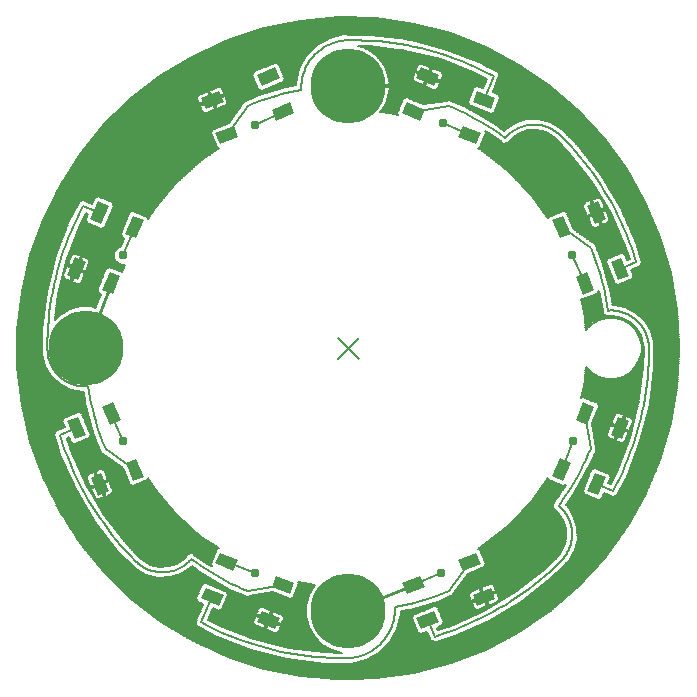
<source format=gtl>
G75*
%MOIN*%
%OFA0B0*%
%FSLAX25Y25*%
%IPPOS*%
%LPD*%
%AMOC8*
5,1,8,0,0,1.08239X$1,22.5*
%
%ADD10R,0.06500X0.03937*%
%ADD11C,0.25000*%
%ADD12C,0.00600*%
%ADD13C,0.01000*%
%ADD14C,0.03100*%
D10*
G36*
X0102881Y0137219D02*
X0100394Y0143223D01*
X0104029Y0144729D01*
X0106516Y0138725D01*
X0102881Y0137219D01*
G37*
G36*
X0114521Y0142040D02*
X0112034Y0148044D01*
X0115669Y0149550D01*
X0118156Y0143546D01*
X0114521Y0142040D01*
G37*
G36*
X0095116Y0155965D02*
X0092629Y0161969D01*
X0096264Y0163475D01*
X0098751Y0157471D01*
X0095116Y0155965D01*
G37*
G36*
X0106756Y0160787D02*
X0104269Y0166791D01*
X0107904Y0168297D01*
X0110391Y0162293D01*
X0106756Y0160787D01*
G37*
G36*
X0104237Y0205768D02*
X0106724Y0211772D01*
X0110359Y0210266D01*
X0107872Y0204262D01*
X0104237Y0205768D01*
G37*
G36*
X0092597Y0210590D02*
X0095084Y0216594D01*
X0098719Y0215088D01*
X0096232Y0209084D01*
X0092597Y0210590D01*
G37*
G36*
X0100363Y0229336D02*
X0102850Y0235340D01*
X0106485Y0233834D01*
X0103998Y0227830D01*
X0100363Y0229336D01*
G37*
G36*
X0112002Y0224515D02*
X0114489Y0230519D01*
X0118124Y0229013D01*
X0115637Y0223009D01*
X0112002Y0224515D01*
G37*
G36*
X0142028Y0258013D02*
X0148032Y0260500D01*
X0149538Y0256865D01*
X0143534Y0254378D01*
X0142028Y0258013D01*
G37*
G36*
X0137206Y0269652D02*
X0143210Y0272139D01*
X0144716Y0268504D01*
X0138712Y0266017D01*
X0137206Y0269652D01*
G37*
G36*
X0155953Y0277417D02*
X0161957Y0279904D01*
X0163463Y0276269D01*
X0157459Y0273782D01*
X0155953Y0277417D01*
G37*
G36*
X0160774Y0265778D02*
X0166778Y0268265D01*
X0168284Y0264630D01*
X0162280Y0262143D01*
X0160774Y0265778D01*
G37*
G36*
X0205706Y0268279D02*
X0211710Y0265792D01*
X0210204Y0262157D01*
X0204200Y0264644D01*
X0205706Y0268279D01*
G37*
G36*
X0210527Y0279919D02*
X0216531Y0277432D01*
X0215025Y0273797D01*
X0209021Y0276284D01*
X0210527Y0279919D01*
G37*
G36*
X0229274Y0272154D02*
X0235278Y0269667D01*
X0233772Y0266032D01*
X0227768Y0268519D01*
X0229274Y0272154D01*
G37*
G36*
X0224453Y0260514D02*
X0230457Y0258027D01*
X0228951Y0254392D01*
X0222947Y0256879D01*
X0224453Y0260514D01*
G37*
G36*
X0257942Y0230456D02*
X0260429Y0224452D01*
X0256794Y0222946D01*
X0254307Y0228950D01*
X0257942Y0230456D01*
G37*
G36*
X0269581Y0235277D02*
X0272068Y0229273D01*
X0268433Y0227767D01*
X0265946Y0233771D01*
X0269581Y0235277D01*
G37*
G36*
X0277346Y0216531D02*
X0279833Y0210527D01*
X0276198Y0209021D01*
X0273711Y0215025D01*
X0277346Y0216531D01*
G37*
G36*
X0265707Y0211710D02*
X0268194Y0205706D01*
X0264559Y0204200D01*
X0262072Y0210204D01*
X0265707Y0211710D01*
G37*
G36*
X0268249Y0166847D02*
X0265762Y0160843D01*
X0262127Y0162349D01*
X0264614Y0168353D01*
X0268249Y0166847D01*
G37*
G36*
X0279888Y0162026D02*
X0277401Y0156022D01*
X0273766Y0157528D01*
X0276253Y0163532D01*
X0279888Y0162026D01*
G37*
G36*
X0272123Y0143279D02*
X0269636Y0137275D01*
X0266001Y0138781D01*
X0268488Y0144785D01*
X0272123Y0143279D01*
G37*
G36*
X0260484Y0148101D02*
X0257997Y0142097D01*
X0254362Y0143603D01*
X0256849Y0149607D01*
X0260484Y0148101D01*
G37*
G36*
X0230456Y0114524D02*
X0224452Y0112037D01*
X0222946Y0115672D01*
X0228950Y0118159D01*
X0230456Y0114524D01*
G37*
G36*
X0235277Y0102884D02*
X0229273Y0100397D01*
X0227767Y0104032D01*
X0233771Y0106519D01*
X0235277Y0102884D01*
G37*
G36*
X0216531Y0095119D02*
X0210527Y0092632D01*
X0209021Y0096267D01*
X0215025Y0098754D01*
X0216531Y0095119D01*
G37*
G36*
X0211709Y0106759D02*
X0205705Y0104272D01*
X0204199Y0107907D01*
X0210203Y0110394D01*
X0211709Y0106759D01*
G37*
G36*
X0166768Y0104308D02*
X0160764Y0106795D01*
X0162270Y0110430D01*
X0168274Y0107943D01*
X0166768Y0104308D01*
G37*
G36*
X0161947Y0092668D02*
X0155943Y0095155D01*
X0157449Y0098790D01*
X0163453Y0096303D01*
X0161947Y0092668D01*
G37*
G36*
X0143200Y0100434D02*
X0137196Y0102921D01*
X0138702Y0106556D01*
X0144706Y0104069D01*
X0143200Y0100434D01*
G37*
G36*
X0148022Y0112073D02*
X0142018Y0114560D01*
X0143524Y0118195D01*
X0149528Y0115708D01*
X0148022Y0112073D01*
G37*
D11*
X0186250Y0098750D03*
X0098750Y0186250D03*
X0186250Y0273750D03*
D12*
X0140238Y0109641D02*
X0106930Y0109641D01*
X0106314Y0110239D02*
X0120936Y0110239D01*
X0122865Y0109772D02*
X0122865Y0109772D01*
X0126861Y0109925D01*
X0126861Y0109925D01*
X0130664Y0111160D01*
X0133988Y0113384D01*
X0134192Y0113624D01*
X0137256Y0111336D01*
X0146912Y0105845D01*
X0146912Y0105845D01*
X0151884Y0103785D01*
X0152308Y0103480D01*
X0152531Y0103517D01*
X0152732Y0103433D01*
X0153193Y0103624D01*
X0161302Y0104947D01*
X0166769Y0102683D01*
X0167917Y0103158D01*
X0169899Y0107944D01*
X0169649Y0108546D01*
X0175258Y0107557D01*
X0175047Y0107346D01*
X0173204Y0104154D01*
X0172250Y0100593D01*
X0172250Y0096907D01*
X0173204Y0093346D01*
X0175047Y0090154D01*
X0177654Y0087547D01*
X0180846Y0085704D01*
X0184117Y0084828D01*
X0184080Y0084829D01*
X0184070Y0084820D01*
X0178685Y0084985D01*
X0166646Y0086473D01*
X0154880Y0089426D01*
X0143566Y0093799D01*
X0139614Y0095763D01*
X0141284Y0099602D01*
X0143201Y0098809D01*
X0144349Y0099284D01*
X0146331Y0104069D01*
X0145855Y0105217D01*
X0138702Y0108180D01*
X0137554Y0107705D01*
X0135572Y0102920D01*
X0136047Y0101772D01*
X0137958Y0100980D01*
X0135660Y0095698D01*
X0135343Y0095105D01*
X0135367Y0095024D01*
X0135333Y0094947D01*
X0135580Y0094321D01*
X0135774Y0093678D01*
X0135849Y0093638D01*
X0135879Y0093559D01*
X0136496Y0093291D01*
X0141983Y0090352D01*
X0153733Y0085810D01*
X0165950Y0082744D01*
X0165950Y0082744D01*
X0178452Y0081199D01*
X0184732Y0081199D01*
X0187204Y0081096D01*
X0187205Y0081096D01*
X0192129Y0082271D01*
X0196547Y0084742D01*
X0196547Y0084742D01*
X0200126Y0088322D01*
X0200126Y0088322D01*
X0202596Y0092742D01*
X0203769Y0097666D01*
X0203769Y0097666D01*
X0203730Y0098604D01*
X0206845Y0099109D01*
X0216049Y0101807D01*
X0220274Y0103640D01*
X0220776Y0103722D01*
X0220919Y0103920D01*
X0221132Y0104012D01*
X0221311Y0104465D01*
X0226073Y0111083D01*
X0231605Y0113375D01*
X0232081Y0114523D01*
X0230099Y0119308D01*
X0229526Y0119545D01*
X0230762Y0120259D01*
X0239513Y0127096D01*
X0247227Y0135084D01*
X0252983Y0143007D01*
X0253212Y0142454D01*
X0257998Y0140472D01*
X0258865Y0140832D01*
X0258006Y0139321D01*
X0254989Y0135006D01*
X0254559Y0134524D01*
X0254564Y0134434D01*
X0254510Y0134361D01*
X0254606Y0133701D01*
X0254644Y0133035D01*
X0254711Y0132975D01*
X0254724Y0132886D01*
X0255259Y0132487D01*
X0255757Y0132042D01*
X0255771Y0132043D01*
X0256324Y0131502D01*
X0257977Y0129032D01*
X0258894Y0126206D01*
X0259008Y0123236D01*
X0258309Y0120348D01*
X0256851Y0117759D01*
X0255869Y0116639D01*
X0255844Y0116614D01*
X0251445Y0112478D01*
X0241880Y0105017D01*
X0231473Y0098785D01*
X0220379Y0093877D01*
X0216149Y0092455D01*
X0215828Y0093203D01*
X0217680Y0093970D01*
X0218155Y0095118D01*
X0216173Y0099904D01*
X0215025Y0100379D01*
X0207872Y0097416D01*
X0207396Y0096268D01*
X0209378Y0091483D01*
X0210526Y0091007D01*
X0212501Y0091825D01*
X0213455Y0089603D01*
X0213641Y0088986D01*
X0213743Y0088931D01*
X0213788Y0088826D01*
X0214387Y0088586D01*
X0214956Y0088282D01*
X0215066Y0088315D01*
X0215173Y0088272D01*
X0215766Y0088527D01*
X0221698Y0090320D01*
X0221698Y0090320D01*
X0233218Y0095417D01*
X0244025Y0101888D01*
X0244025Y0101888D01*
X0253957Y0109635D01*
X0253957Y0109635D01*
X0258411Y0114089D01*
X0258583Y0114261D01*
X0259825Y0115494D01*
X0259825Y0115495D01*
X0261787Y0118978D01*
X0261787Y0118978D01*
X0262728Y0122865D01*
X0262575Y0126861D01*
X0261340Y0130664D01*
X0259116Y0133988D01*
X0258876Y0134192D01*
X0261164Y0137256D01*
X0266655Y0146912D01*
X0268715Y0151885D01*
X0269020Y0152308D01*
X0268983Y0152531D01*
X0269066Y0152732D01*
X0268876Y0153193D01*
X0267560Y0161260D01*
X0269874Y0166848D01*
X0269398Y0167996D01*
X0264613Y0169978D01*
X0263909Y0169686D01*
X0265075Y0175172D01*
X0265419Y0180080D01*
X0265508Y0179926D01*
X0267426Y0178008D01*
X0269774Y0176652D01*
X0272394Y0175950D01*
X0275106Y0175950D01*
X0277726Y0176652D01*
X0280074Y0178008D01*
X0281992Y0179926D01*
X0283348Y0182274D01*
X0284050Y0184894D01*
X0284050Y0187606D01*
X0283348Y0190226D01*
X0281992Y0192574D01*
X0280074Y0194492D01*
X0277726Y0195848D01*
X0275106Y0196550D01*
X0272394Y0196550D01*
X0269774Y0195848D01*
X0267426Y0194492D01*
X0265508Y0192574D01*
X0265419Y0192420D01*
X0265075Y0197328D01*
X0263902Y0202847D01*
X0264558Y0202575D01*
X0269343Y0204557D01*
X0269718Y0205461D01*
X0270173Y0203805D01*
X0271091Y0198621D01*
X0271128Y0197976D01*
X0271195Y0197916D01*
X0271208Y0197827D01*
X0271743Y0197427D01*
X0272241Y0196983D01*
X0272331Y0196988D01*
X0272403Y0196935D01*
X0273063Y0197030D01*
X0273730Y0197069D01*
X0273739Y0197079D01*
X0274513Y0197087D01*
X0277428Y0196509D01*
X0280075Y0195160D01*
X0280075Y0195160D01*
X0282255Y0193141D01*
X0283803Y0190604D01*
X0284603Y0187742D01*
X0284700Y0186256D01*
X0284700Y0186220D01*
X0284515Y0180185D01*
X0283027Y0168146D01*
X0280074Y0156380D01*
X0275701Y0145066D01*
X0273715Y0141068D01*
X0272957Y0141371D01*
X0273748Y0143280D01*
X0273273Y0144428D01*
X0268487Y0146410D01*
X0267339Y0145934D01*
X0264376Y0138781D01*
X0264852Y0137633D01*
X0269637Y0135651D01*
X0270785Y0136126D01*
X0271580Y0138045D01*
X0273826Y0137147D01*
X0274395Y0136843D01*
X0274505Y0136876D01*
X0274612Y0136833D01*
X0275205Y0137087D01*
X0275822Y0137274D01*
X0275877Y0137376D01*
X0275982Y0137421D01*
X0276222Y0138020D01*
X0279148Y0143483D01*
X0283690Y0155233D01*
X0286756Y0167450D01*
X0286756Y0167450D01*
X0288301Y0179952D01*
X0288301Y0186492D01*
X0288307Y0188243D01*
X0288307Y0188243D01*
X0287231Y0192095D01*
X0285148Y0195508D01*
X0282214Y0198225D01*
X0278651Y0200041D01*
X0274729Y0200819D01*
X0274415Y0200794D01*
X0273866Y0204578D01*
X0270921Y0215289D01*
X0268862Y0220262D01*
X0268778Y0220776D01*
X0268594Y0220909D01*
X0268511Y0221109D01*
X0268050Y0221300D01*
X0261368Y0226108D01*
X0259091Y0231605D01*
X0257943Y0232081D01*
X0253157Y0230099D01*
X0252934Y0229560D01*
X0247227Y0237416D01*
X0239513Y0245404D01*
X0230762Y0252241D01*
X0229475Y0252984D01*
X0230099Y0253243D01*
X0232081Y0258028D01*
X0231755Y0258816D01*
X0233179Y0258006D01*
X0237494Y0254989D01*
X0237976Y0254559D01*
X0238066Y0254564D01*
X0238139Y0254510D01*
X0238799Y0254606D01*
X0239465Y0254644D01*
X0239525Y0254711D01*
X0239614Y0254724D01*
X0240013Y0255259D01*
X0240458Y0255757D01*
X0240457Y0255771D01*
X0240998Y0256324D01*
X0243468Y0257977D01*
X0246294Y0258894D01*
X0249264Y0259008D01*
X0252152Y0258309D01*
X0254741Y0256851D01*
X0255861Y0255869D01*
X0255886Y0255844D01*
X0260022Y0251445D01*
X0267483Y0241880D01*
X0273715Y0231473D01*
X0278623Y0220379D01*
X0280045Y0216149D01*
X0279268Y0215815D01*
X0278495Y0217680D01*
X0277347Y0218155D01*
X0272562Y0216173D01*
X0272087Y0215025D01*
X0275049Y0207872D01*
X0276198Y0207396D01*
X0280983Y0209378D01*
X0281458Y0210526D01*
X0280646Y0212489D01*
X0282897Y0213455D01*
X0283514Y0213641D01*
X0283569Y0213743D01*
X0283674Y0213788D01*
X0283914Y0214387D01*
X0284218Y0214956D01*
X0284185Y0215066D01*
X0284228Y0215173D01*
X0283973Y0215766D01*
X0282180Y0221698D01*
X0282180Y0221698D01*
X0277083Y0233218D01*
X0270612Y0244025D01*
X0270612Y0244025D01*
X0262865Y0253957D01*
X0258411Y0258411D01*
X0258239Y0258583D01*
X0257006Y0259825D01*
X0257005Y0259825D01*
X0253522Y0261787D01*
X0253522Y0261787D01*
X0249635Y0262728D01*
X0245639Y0262575D01*
X0241836Y0261340D01*
X0238512Y0259116D01*
X0238308Y0258876D01*
X0235244Y0261164D01*
X0225588Y0266655D01*
X0220616Y0268715D01*
X0220192Y0269020D01*
X0219969Y0268983D01*
X0219768Y0269066D01*
X0219307Y0268876D01*
X0211330Y0267574D01*
X0205706Y0269904D01*
X0204558Y0269429D01*
X0202576Y0264643D01*
X0202865Y0263944D01*
X0200072Y0264641D01*
X0196900Y0264974D01*
X0197348Y0265519D01*
X0198101Y0266647D01*
X0198740Y0267843D01*
X0199259Y0269095D01*
X0199653Y0270393D01*
X0199917Y0271723D01*
X0200050Y0273072D01*
X0200050Y0273450D01*
X0196550Y0273450D01*
X0196550Y0274050D01*
X0200050Y0274050D01*
X0200050Y0274428D01*
X0199917Y0275777D01*
X0199653Y0277107D01*
X0199259Y0278405D01*
X0198740Y0279657D01*
X0198101Y0280853D01*
X0197348Y0281981D01*
X0196487Y0283029D01*
X0195529Y0283987D01*
X0194481Y0284848D01*
X0193353Y0285601D01*
X0192157Y0286240D01*
X0190905Y0286759D01*
X0189695Y0287126D01*
X0193315Y0287015D01*
X0205354Y0285527D01*
X0217120Y0282574D01*
X0228434Y0278201D01*
X0232431Y0276215D01*
X0231147Y0273002D01*
X0229274Y0273778D01*
X0228126Y0273303D01*
X0226143Y0268518D01*
X0226619Y0267370D01*
X0233772Y0264407D01*
X0234920Y0264882D01*
X0236902Y0269667D01*
X0236427Y0270816D01*
X0234474Y0271625D01*
X0236353Y0276326D01*
X0236657Y0276895D01*
X0236624Y0277005D01*
X0236667Y0277112D01*
X0236413Y0277705D01*
X0236226Y0278322D01*
X0236125Y0278376D01*
X0236079Y0278482D01*
X0235480Y0278722D01*
X0230017Y0281648D01*
X0230017Y0281648D01*
X0218267Y0286190D01*
X0206050Y0289256D01*
X0206050Y0289256D01*
X0193548Y0290801D01*
X0187268Y0290801D01*
X0184862Y0290901D01*
X0180067Y0289757D01*
X0175765Y0287351D01*
X0172280Y0283865D01*
X0169876Y0279562D01*
X0168734Y0274767D01*
X0168770Y0273896D01*
X0165655Y0273391D01*
X0156451Y0270693D01*
X0152258Y0268874D01*
X0151744Y0268790D01*
X0151597Y0268587D01*
X0151368Y0268488D01*
X0151177Y0268003D01*
X0146476Y0261480D01*
X0140879Y0259162D01*
X0140403Y0258014D01*
X0142385Y0253228D01*
X0143106Y0252930D01*
X0137243Y0248976D01*
X0128991Y0241545D01*
X0128991Y0241545D01*
X0121852Y0233038D01*
X0121852Y0233038D01*
X0119585Y0229409D01*
X0119273Y0230161D01*
X0114488Y0232144D01*
X0113340Y0231668D01*
X0110377Y0224515D01*
X0110853Y0223367D01*
X0111633Y0223044D01*
X0110511Y0220245D01*
X0109522Y0219836D01*
X0108664Y0218978D01*
X0108200Y0217857D01*
X0108200Y0216643D01*
X0108664Y0215522D01*
X0109522Y0214664D01*
X0110643Y0214200D01*
X0111773Y0214200D01*
X0111450Y0213475D01*
X0110929Y0211655D01*
X0106723Y0213397D01*
X0105575Y0212921D01*
X0102612Y0205768D01*
X0103087Y0204620D01*
X0103753Y0204344D01*
X0101987Y0199877D01*
X0100593Y0200250D01*
X0096907Y0200250D01*
X0093346Y0199296D01*
X0090154Y0197453D01*
X0088404Y0195703D01*
X0089473Y0204354D01*
X0092426Y0216120D01*
X0096799Y0227434D01*
X0098785Y0231432D01*
X0099489Y0231150D01*
X0098738Y0229336D01*
X0099213Y0228188D01*
X0103998Y0226206D01*
X0105147Y0226681D01*
X0108109Y0233835D01*
X0107634Y0234983D01*
X0102849Y0236965D01*
X0101701Y0236489D01*
X0100867Y0234477D01*
X0098674Y0235353D01*
X0098105Y0235657D01*
X0097995Y0235624D01*
X0097888Y0235667D01*
X0097295Y0235413D01*
X0096678Y0235226D01*
X0096623Y0235124D01*
X0096518Y0235079D01*
X0096278Y0234480D01*
X0093352Y0229017D01*
X0088810Y0217267D01*
X0085744Y0205050D01*
X0085744Y0205050D01*
X0084199Y0192548D01*
X0084199Y0186007D01*
X0084193Y0184257D01*
X0084193Y0184257D01*
X0085269Y0180405D01*
X0087352Y0176992D01*
X0090286Y0174275D01*
X0093849Y0172459D01*
X0097771Y0171681D01*
X0098085Y0171706D01*
X0098634Y0167922D01*
X0101579Y0157211D01*
X0103638Y0152238D01*
X0103722Y0151724D01*
X0103906Y0151591D01*
X0103989Y0151391D01*
X0104450Y0151200D01*
X0111077Y0146432D01*
X0113372Y0140891D01*
X0114520Y0140415D01*
X0119305Y0142398D01*
X0119589Y0143084D01*
X0121852Y0139462D01*
X0128991Y0130955D01*
X0137243Y0123524D01*
X0137243Y0123524D01*
X0143035Y0119618D01*
X0142375Y0119344D01*
X0140393Y0114559D01*
X0140759Y0113676D01*
X0139321Y0114494D01*
X0135006Y0117511D01*
X0134524Y0117941D01*
X0134434Y0117936D01*
X0134361Y0117990D01*
X0133701Y0117894D01*
X0133035Y0117856D01*
X0132975Y0117789D01*
X0132886Y0117776D01*
X0132487Y0117241D01*
X0132042Y0116743D01*
X0132043Y0116729D01*
X0131502Y0116176D01*
X0131502Y0116176D01*
X0129032Y0114523D01*
X0126206Y0113606D01*
X0123236Y0113492D01*
X0120348Y0114191D01*
X0117759Y0115649D01*
X0116639Y0116631D01*
X0116614Y0116656D01*
X0112478Y0121055D01*
X0105017Y0130620D01*
X0098785Y0141027D01*
X0093877Y0152121D01*
X0092455Y0156351D01*
X0093199Y0156671D01*
X0093967Y0154817D01*
X0095115Y0154341D01*
X0099901Y0156323D01*
X0100376Y0157471D01*
X0097413Y0164624D01*
X0096265Y0165100D01*
X0091480Y0163118D01*
X0091004Y0161970D01*
X0091821Y0159997D01*
X0089603Y0159045D01*
X0088986Y0158859D01*
X0088931Y0158757D01*
X0088826Y0158712D01*
X0088586Y0158113D01*
X0088282Y0157544D01*
X0088315Y0157434D01*
X0088272Y0157327D01*
X0088527Y0156734D01*
X0090320Y0150802D01*
X0095417Y0139282D01*
X0101888Y0128475D01*
X0101888Y0128475D01*
X0109635Y0118543D01*
X0114089Y0114089D01*
X0114260Y0113918D01*
X0115494Y0112675D01*
X0115494Y0112675D01*
X0118978Y0110713D01*
X0122865Y0109772D01*
X0118978Y0110713D02*
X0118978Y0110713D01*
X0118757Y0110838D02*
X0105699Y0110838D01*
X0105083Y0111436D02*
X0117694Y0111436D01*
X0116632Y0112035D02*
X0104559Y0112035D01*
X0104914Y0111600D02*
X0096935Y0121359D01*
X0090120Y0131963D01*
X0084558Y0143275D01*
X0080322Y0155147D01*
X0077467Y0167424D01*
X0076030Y0179947D01*
X0076030Y0192553D01*
X0077467Y0205076D01*
X0080322Y0217353D01*
X0084558Y0229225D01*
X0090120Y0240537D01*
X0096935Y0251141D01*
X0104914Y0260900D01*
X0113953Y0269685D01*
X0123935Y0277382D01*
X0134730Y0283891D01*
X0146196Y0289128D01*
X0158184Y0293023D01*
X0170538Y0295526D01*
X0183097Y0296605D01*
X0195697Y0296245D01*
X0208174Y0294451D01*
X0220365Y0291247D01*
X0232112Y0286673D01*
X0243260Y0280791D01*
X0253666Y0273676D01*
X0263192Y0265421D01*
X0271715Y0256135D01*
X0279124Y0245937D01*
X0285323Y0234961D01*
X0290230Y0223350D01*
X0293781Y0211255D01*
X0295930Y0198835D01*
X0296650Y0186250D01*
X0288301Y0186250D01*
X0288302Y0186849D02*
X0296616Y0186849D01*
X0296582Y0187447D02*
X0288304Y0187447D01*
X0288306Y0188046D02*
X0296547Y0188046D01*
X0296513Y0188644D02*
X0288195Y0188644D01*
X0288028Y0189243D02*
X0296479Y0189243D01*
X0296445Y0189841D02*
X0287861Y0189841D01*
X0287693Y0190440D02*
X0296410Y0190440D01*
X0296376Y0191038D02*
X0287526Y0191038D01*
X0287359Y0191637D02*
X0296342Y0191637D01*
X0296308Y0192235D02*
X0287146Y0192235D01*
X0287231Y0192095D02*
X0287231Y0192095D01*
X0286780Y0192834D02*
X0296274Y0192834D01*
X0296239Y0193432D02*
X0286415Y0193432D01*
X0286050Y0194031D02*
X0296205Y0194031D01*
X0296171Y0194629D02*
X0285684Y0194629D01*
X0285319Y0195228D02*
X0296137Y0195228D01*
X0296102Y0195826D02*
X0284804Y0195826D01*
X0285148Y0195508D02*
X0285148Y0195508D01*
X0284158Y0196425D02*
X0296068Y0196425D01*
X0296034Y0197023D02*
X0283512Y0197023D01*
X0282866Y0197622D02*
X0296000Y0197622D01*
X0295966Y0198220D02*
X0282219Y0198220D01*
X0281050Y0198819D02*
X0295931Y0198819D01*
X0295830Y0199417D02*
X0279875Y0199417D01*
X0278701Y0200016D02*
X0295726Y0200016D01*
X0295622Y0200614D02*
X0275761Y0200614D01*
X0274354Y0201213D02*
X0295519Y0201213D01*
X0295415Y0201811D02*
X0274267Y0201811D01*
X0274181Y0202410D02*
X0295312Y0202410D01*
X0295208Y0203008D02*
X0274094Y0203008D01*
X0274007Y0203607D02*
X0295105Y0203607D01*
X0295001Y0204205D02*
X0273920Y0204205D01*
X0273866Y0204578D02*
X0273866Y0204578D01*
X0273804Y0204804D02*
X0294897Y0204804D01*
X0294794Y0205402D02*
X0273639Y0205402D01*
X0273475Y0206001D02*
X0294690Y0206001D01*
X0294587Y0206599D02*
X0273310Y0206599D01*
X0273145Y0207198D02*
X0294483Y0207198D01*
X0294379Y0207796D02*
X0277164Y0207796D01*
X0278609Y0208395D02*
X0294276Y0208395D01*
X0294172Y0208993D02*
X0280054Y0208993D01*
X0281071Y0209592D02*
X0294069Y0209592D01*
X0293965Y0210190D02*
X0281319Y0210190D01*
X0281350Y0210789D02*
X0293862Y0210789D01*
X0293742Y0211387D02*
X0281102Y0211387D01*
X0280854Y0211986D02*
X0293566Y0211986D01*
X0293391Y0212584D02*
X0280868Y0212584D01*
X0282263Y0213183D02*
X0293215Y0213183D01*
X0293039Y0213782D02*
X0283658Y0213782D01*
X0283911Y0214380D02*
X0292863Y0214380D01*
X0292688Y0214979D02*
X0284211Y0214979D01*
X0284054Y0215577D02*
X0292512Y0215577D01*
X0292336Y0216176D02*
X0283850Y0216176D01*
X0283669Y0216774D02*
X0292160Y0216774D01*
X0291985Y0217373D02*
X0283488Y0217373D01*
X0283307Y0217971D02*
X0291809Y0217971D01*
X0291633Y0218570D02*
X0283126Y0218570D01*
X0282945Y0219168D02*
X0291457Y0219168D01*
X0291282Y0219767D02*
X0282764Y0219767D01*
X0282583Y0220365D02*
X0291106Y0220365D01*
X0290930Y0220964D02*
X0282402Y0220964D01*
X0282221Y0221562D02*
X0290755Y0221562D01*
X0290579Y0222161D02*
X0281975Y0222161D01*
X0281710Y0222759D02*
X0290403Y0222759D01*
X0290226Y0223358D02*
X0281446Y0223358D01*
X0281181Y0223956D02*
X0289973Y0223956D01*
X0289720Y0224555D02*
X0280916Y0224555D01*
X0280651Y0225153D02*
X0289467Y0225153D01*
X0289215Y0225752D02*
X0280386Y0225752D01*
X0280122Y0226350D02*
X0288962Y0226350D01*
X0288709Y0226949D02*
X0279857Y0226949D01*
X0279592Y0227547D02*
X0288456Y0227547D01*
X0288203Y0228146D02*
X0279327Y0228146D01*
X0279062Y0228744D02*
X0287950Y0228744D01*
X0287697Y0229343D02*
X0278797Y0229343D01*
X0278533Y0229941D02*
X0287444Y0229941D01*
X0287191Y0230540D02*
X0278268Y0230540D01*
X0278003Y0231138D02*
X0286938Y0231138D01*
X0286685Y0231737D02*
X0277738Y0231737D01*
X0277473Y0232335D02*
X0286432Y0232335D01*
X0286179Y0232934D02*
X0277209Y0232934D01*
X0277083Y0233218D02*
X0277083Y0233218D01*
X0276895Y0233532D02*
X0285926Y0233532D01*
X0285673Y0234131D02*
X0276536Y0234131D01*
X0276178Y0234729D02*
X0285421Y0234729D01*
X0285115Y0235328D02*
X0275820Y0235328D01*
X0275461Y0235926D02*
X0284777Y0235926D01*
X0284439Y0236525D02*
X0275103Y0236525D01*
X0274744Y0237123D02*
X0284101Y0237123D01*
X0283763Y0237722D02*
X0274386Y0237722D01*
X0274028Y0238320D02*
X0283425Y0238320D01*
X0283087Y0238919D02*
X0273669Y0238919D01*
X0273311Y0239518D02*
X0282749Y0239518D01*
X0282411Y0240116D02*
X0272953Y0240116D01*
X0272594Y0240715D02*
X0282073Y0240715D01*
X0281736Y0241313D02*
X0272236Y0241313D01*
X0271878Y0241912D02*
X0281398Y0241912D01*
X0281060Y0242510D02*
X0271519Y0242510D01*
X0271161Y0243109D02*
X0280722Y0243109D01*
X0280384Y0243707D02*
X0270803Y0243707D01*
X0270393Y0244306D02*
X0280046Y0244306D01*
X0279708Y0244904D02*
X0269926Y0244904D01*
X0269460Y0245503D02*
X0279370Y0245503D01*
X0279005Y0246101D02*
X0268993Y0246101D01*
X0268526Y0246700D02*
X0278570Y0246700D01*
X0278135Y0247298D02*
X0268059Y0247298D01*
X0267592Y0247897D02*
X0277700Y0247897D01*
X0277266Y0248495D02*
X0267125Y0248495D01*
X0266658Y0249094D02*
X0276831Y0249094D01*
X0276396Y0249692D02*
X0266192Y0249692D01*
X0265725Y0250291D02*
X0275961Y0250291D01*
X0275526Y0250889D02*
X0265258Y0250889D01*
X0264791Y0251488D02*
X0275091Y0251488D01*
X0274657Y0252086D02*
X0264324Y0252086D01*
X0263857Y0252685D02*
X0274222Y0252685D01*
X0273787Y0253283D02*
X0263390Y0253283D01*
X0262924Y0253882D02*
X0273352Y0253882D01*
X0272917Y0254480D02*
X0262342Y0254480D01*
X0262865Y0253957D02*
X0262865Y0253957D01*
X0261743Y0255079D02*
X0272482Y0255079D01*
X0272047Y0255677D02*
X0261145Y0255677D01*
X0260546Y0256276D02*
X0271586Y0256276D01*
X0271036Y0256874D02*
X0259948Y0256874D01*
X0259349Y0257473D02*
X0270487Y0257473D01*
X0269938Y0258071D02*
X0258751Y0258071D01*
X0258153Y0258670D02*
X0269388Y0258670D01*
X0268839Y0259268D02*
X0257558Y0259268D01*
X0256931Y0259867D02*
X0268290Y0259867D01*
X0267740Y0260465D02*
X0255868Y0260465D01*
X0254806Y0261064D02*
X0267191Y0261064D01*
X0266642Y0261662D02*
X0253743Y0261662D01*
X0251564Y0262261D02*
X0266092Y0262261D01*
X0265543Y0262859D02*
X0232262Y0262859D01*
X0233314Y0262261D02*
X0244673Y0262261D01*
X0245639Y0262575D02*
X0245639Y0262575D01*
X0242830Y0261662D02*
X0234367Y0261662D01*
X0235244Y0261164D02*
X0235244Y0261164D01*
X0235377Y0261064D02*
X0241424Y0261064D01*
X0241836Y0261340D02*
X0241836Y0261340D01*
X0240529Y0260465D02*
X0236179Y0260465D01*
X0236981Y0259867D02*
X0239635Y0259867D01*
X0238740Y0259268D02*
X0237783Y0259268D01*
X0238512Y0259116D02*
X0238512Y0259116D01*
X0238586Y0256427D02*
X0238618Y0256399D01*
X0237366Y0255079D02*
X0230860Y0255079D01*
X0231108Y0255677D02*
X0236510Y0255677D01*
X0235654Y0256276D02*
X0231355Y0256276D01*
X0231603Y0256874D02*
X0234798Y0256874D01*
X0233942Y0257473D02*
X0231851Y0257473D01*
X0232063Y0258071D02*
X0233065Y0258071D01*
X0232012Y0258670D02*
X0231815Y0258670D01*
X0230612Y0254480D02*
X0257168Y0254480D01*
X0257731Y0253882D02*
X0230364Y0253882D01*
X0230116Y0253283D02*
X0258293Y0253283D01*
X0258856Y0252685D02*
X0229994Y0252685D01*
X0230960Y0252086D02*
X0259419Y0252086D01*
X0259982Y0251488D02*
X0231726Y0251488D01*
X0232492Y0250889D02*
X0260456Y0250889D01*
X0260922Y0250291D02*
X0233258Y0250291D01*
X0234025Y0249692D02*
X0261389Y0249692D01*
X0261856Y0249094D02*
X0234791Y0249094D01*
X0235557Y0248495D02*
X0262323Y0248495D01*
X0262790Y0247897D02*
X0236323Y0247897D01*
X0237089Y0247298D02*
X0263257Y0247298D01*
X0263724Y0246700D02*
X0237855Y0246700D01*
X0238621Y0246101D02*
X0264191Y0246101D01*
X0264657Y0245503D02*
X0239387Y0245503D01*
X0239996Y0244904D02*
X0265124Y0244904D01*
X0265591Y0244306D02*
X0240574Y0244306D01*
X0241152Y0243707D02*
X0266058Y0243707D01*
X0266525Y0243109D02*
X0241730Y0243109D01*
X0242308Y0242510D02*
X0266992Y0242510D01*
X0267459Y0241912D02*
X0242886Y0241912D01*
X0243464Y0241313D02*
X0267823Y0241313D01*
X0268181Y0240715D02*
X0244042Y0240715D01*
X0244620Y0240116D02*
X0268539Y0240116D01*
X0268898Y0239518D02*
X0245198Y0239518D01*
X0245776Y0238919D02*
X0269256Y0238919D01*
X0269614Y0238320D02*
X0246354Y0238320D01*
X0246932Y0237722D02*
X0269973Y0237722D01*
X0270331Y0237123D02*
X0247440Y0237123D01*
X0247227Y0237416D02*
X0247227Y0237416D01*
X0247874Y0236525D02*
X0269195Y0236525D01*
X0269243Y0236545D02*
X0267543Y0235841D01*
X0269170Y0231914D01*
X0271912Y0233050D01*
X0270718Y0235934D01*
X0270509Y0236206D01*
X0270238Y0236414D01*
X0269922Y0236545D01*
X0269582Y0236590D01*
X0269243Y0236545D01*
X0269970Y0236525D02*
X0270690Y0236525D01*
X0270721Y0235926D02*
X0271048Y0235926D01*
X0270969Y0235328D02*
X0271406Y0235328D01*
X0271217Y0234729D02*
X0271765Y0234729D01*
X0271465Y0234131D02*
X0272123Y0234131D01*
X0272481Y0233532D02*
X0271713Y0233532D01*
X0271631Y0232934D02*
X0272840Y0232934D01*
X0273198Y0232335D02*
X0272208Y0232335D01*
X0272142Y0232496D02*
X0269399Y0231360D01*
X0271026Y0227434D01*
X0272725Y0228138D01*
X0272997Y0228346D01*
X0273205Y0228618D01*
X0273336Y0228934D01*
X0273381Y0229273D01*
X0273336Y0229613D01*
X0272142Y0232496D01*
X0271754Y0232335D02*
X0270186Y0232335D01*
X0270309Y0231737D02*
X0269243Y0231737D01*
X0269170Y0231914D02*
X0269399Y0231360D01*
X0268845Y0231130D01*
X0270471Y0227204D01*
X0268772Y0226500D01*
X0268432Y0226455D01*
X0268093Y0226500D01*
X0267777Y0226631D01*
X0267505Y0226839D01*
X0267297Y0227111D01*
X0266102Y0229995D01*
X0268845Y0231131D01*
X0268615Y0231685D01*
X0266989Y0235611D01*
X0265289Y0234907D01*
X0265018Y0234699D01*
X0264809Y0234427D01*
X0264678Y0234111D01*
X0264634Y0233772D01*
X0264678Y0233432D01*
X0265873Y0230549D01*
X0268615Y0231685D01*
X0269170Y0231914D01*
X0268995Y0232335D02*
X0268346Y0232335D01*
X0268594Y0231737D02*
X0268741Y0231737D01*
X0268842Y0231138D02*
X0267296Y0231138D01*
X0267419Y0230540D02*
X0259532Y0230540D01*
X0259284Y0231138D02*
X0265629Y0231138D01*
X0265381Y0231737D02*
X0258773Y0231737D01*
X0257113Y0231737D02*
X0251353Y0231737D01*
X0250918Y0232335D02*
X0265133Y0232335D01*
X0264885Y0232934D02*
X0250483Y0232934D01*
X0250049Y0233532D02*
X0264665Y0233532D01*
X0264687Y0234131D02*
X0249614Y0234131D01*
X0249179Y0234729D02*
X0265057Y0234729D01*
X0266305Y0235328D02*
X0248744Y0235328D01*
X0248309Y0235926D02*
X0267750Y0235926D01*
X0267756Y0235328D02*
X0267106Y0235328D01*
X0267354Y0234729D02*
X0268004Y0234729D01*
X0268252Y0234131D02*
X0267602Y0234131D01*
X0267850Y0233532D02*
X0268499Y0233532D01*
X0268747Y0232934D02*
X0268098Y0232934D01*
X0268864Y0231138D02*
X0269491Y0231138D01*
X0269739Y0230540D02*
X0269090Y0230540D01*
X0269338Y0229941D02*
X0269987Y0229941D01*
X0270235Y0229343D02*
X0269585Y0229343D01*
X0269833Y0228744D02*
X0270483Y0228744D01*
X0270731Y0228146D02*
X0270081Y0228146D01*
X0270329Y0227547D02*
X0270979Y0227547D01*
X0271300Y0227547D02*
X0275451Y0227547D01*
X0275716Y0226949D02*
X0269855Y0226949D01*
X0267421Y0226949D02*
X0261020Y0226949D01*
X0260772Y0227547D02*
X0267116Y0227547D01*
X0266868Y0228146D02*
X0260524Y0228146D01*
X0260276Y0228744D02*
X0266620Y0228744D01*
X0266372Y0229343D02*
X0260028Y0229343D01*
X0259780Y0229941D02*
X0266124Y0229941D01*
X0262695Y0225153D02*
X0276511Y0225153D01*
X0276775Y0224555D02*
X0263527Y0224555D01*
X0264359Y0223956D02*
X0277040Y0223956D01*
X0277305Y0223358D02*
X0265190Y0223358D01*
X0266022Y0222759D02*
X0277570Y0222759D01*
X0277835Y0222161D02*
X0266854Y0222161D01*
X0267686Y0221562D02*
X0278099Y0221562D01*
X0278364Y0220964D02*
X0268571Y0220964D01*
X0268845Y0220365D02*
X0278628Y0220365D01*
X0278829Y0219767D02*
X0269067Y0219767D01*
X0269315Y0219168D02*
X0279030Y0219168D01*
X0279231Y0218570D02*
X0269562Y0218570D01*
X0269810Y0217971D02*
X0276903Y0217971D01*
X0277792Y0217971D02*
X0279432Y0217971D01*
X0279634Y0217373D02*
X0278623Y0217373D01*
X0278871Y0216774D02*
X0279835Y0216774D01*
X0280036Y0216176D02*
X0279118Y0216176D01*
X0282280Y0215149D02*
X0276841Y0212816D01*
X0273593Y0211387D02*
X0271994Y0211387D01*
X0272158Y0210789D02*
X0273841Y0210789D01*
X0274089Y0210190D02*
X0272323Y0210190D01*
X0272487Y0209592D02*
X0274337Y0209592D01*
X0274585Y0208993D02*
X0272652Y0208993D01*
X0272816Y0208395D02*
X0274833Y0208395D01*
X0275231Y0207796D02*
X0272981Y0207796D01*
X0269734Y0205402D02*
X0269694Y0205402D01*
X0269899Y0204804D02*
X0269446Y0204804D01*
X0270063Y0204205D02*
X0268494Y0204205D01*
X0267049Y0203607D02*
X0270208Y0203607D01*
X0270314Y0203008D02*
X0265604Y0203008D01*
X0263995Y0202410D02*
X0270420Y0202410D01*
X0270526Y0201811D02*
X0264122Y0201811D01*
X0264250Y0201213D02*
X0270632Y0201213D01*
X0270738Y0200614D02*
X0264377Y0200614D01*
X0264504Y0200016D02*
X0270844Y0200016D01*
X0270950Y0199417D02*
X0264631Y0199417D01*
X0264759Y0198819D02*
X0271056Y0198819D01*
X0271114Y0198220D02*
X0264886Y0198220D01*
X0265013Y0197622D02*
X0271482Y0197622D01*
X0272196Y0197023D02*
X0265097Y0197023D01*
X0265139Y0196425D02*
X0271926Y0196425D01*
X0273014Y0197023D02*
X0274835Y0197023D01*
X0275574Y0196425D02*
X0277593Y0196425D01*
X0277764Y0195826D02*
X0278767Y0195826D01*
X0278800Y0195228D02*
X0279942Y0195228D01*
X0279837Y0194629D02*
X0280648Y0194629D01*
X0280536Y0194031D02*
X0281294Y0194031D01*
X0281134Y0193432D02*
X0281940Y0193432D01*
X0281733Y0192834D02*
X0282442Y0192834D01*
X0282188Y0192235D02*
X0282808Y0192235D01*
X0282533Y0191637D02*
X0283173Y0191637D01*
X0282879Y0191038D02*
X0283538Y0191038D01*
X0283225Y0190440D02*
X0283849Y0190440D01*
X0284016Y0189841D02*
X0283451Y0189841D01*
X0283611Y0189243D02*
X0284184Y0189243D01*
X0284351Y0188644D02*
X0283772Y0188644D01*
X0283932Y0188046D02*
X0284518Y0188046D01*
X0284622Y0187447D02*
X0284050Y0187447D01*
X0284050Y0186849D02*
X0284661Y0186849D01*
X0284700Y0186250D02*
X0284050Y0186250D01*
X0284050Y0185651D02*
X0284683Y0185651D01*
X0284664Y0185053D02*
X0284050Y0185053D01*
X0283932Y0184454D02*
X0284646Y0184454D01*
X0284627Y0183856D02*
X0283772Y0183856D01*
X0283611Y0183257D02*
X0284609Y0183257D01*
X0284591Y0182659D02*
X0283451Y0182659D01*
X0283225Y0182060D02*
X0284572Y0182060D01*
X0284554Y0181462D02*
X0282879Y0181462D01*
X0282533Y0180863D02*
X0284535Y0180863D01*
X0284517Y0180265D02*
X0282188Y0180265D01*
X0281733Y0179666D02*
X0284450Y0179666D01*
X0284377Y0179068D02*
X0281134Y0179068D01*
X0280536Y0178469D02*
X0284303Y0178469D01*
X0284229Y0177871D02*
X0279837Y0177871D01*
X0278800Y0177272D02*
X0284155Y0177272D01*
X0284081Y0176674D02*
X0277764Y0176674D01*
X0275574Y0176075D02*
X0284007Y0176075D01*
X0283933Y0175477D02*
X0265097Y0175477D01*
X0265138Y0176075D02*
X0271926Y0176075D01*
X0269736Y0176674D02*
X0265180Y0176674D01*
X0265222Y0177272D02*
X0268700Y0177272D01*
X0267663Y0177871D02*
X0265264Y0177871D01*
X0265306Y0178469D02*
X0266964Y0178469D01*
X0266366Y0179068D02*
X0265348Y0179068D01*
X0265390Y0179666D02*
X0265767Y0179666D01*
X0265013Y0174878D02*
X0283859Y0174878D01*
X0283785Y0174280D02*
X0264886Y0174280D01*
X0264759Y0173681D02*
X0283711Y0173681D01*
X0283637Y0173083D02*
X0264631Y0173083D01*
X0264504Y0172484D02*
X0283563Y0172484D01*
X0283489Y0171886D02*
X0264377Y0171886D01*
X0264250Y0171287D02*
X0283415Y0171287D01*
X0283341Y0170689D02*
X0264122Y0170689D01*
X0263995Y0170090D02*
X0283267Y0170090D01*
X0283193Y0169492D02*
X0265787Y0169492D01*
X0267232Y0168893D02*
X0283119Y0168893D01*
X0283045Y0168295D02*
X0268677Y0168295D01*
X0269522Y0167696D02*
X0282914Y0167696D01*
X0282764Y0167098D02*
X0269770Y0167098D01*
X0269729Y0166499D02*
X0282614Y0166499D01*
X0282463Y0165901D02*
X0269482Y0165901D01*
X0269234Y0165302D02*
X0282313Y0165302D01*
X0282163Y0164704D02*
X0276824Y0164704D01*
X0276592Y0164800D02*
X0276252Y0164844D01*
X0275913Y0164800D01*
X0275597Y0164669D01*
X0275325Y0164460D01*
X0275117Y0164189D01*
X0273922Y0161305D01*
X0276665Y0160169D01*
X0276435Y0159615D01*
X0273693Y0160751D01*
X0272498Y0157867D01*
X0272454Y0157528D01*
X0272498Y0157189D01*
X0272629Y0156872D01*
X0272838Y0156601D01*
X0273109Y0156392D01*
X0274809Y0155688D01*
X0276435Y0159615D01*
X0276990Y0159385D01*
X0277219Y0159940D01*
X0276665Y0160169D01*
X0278291Y0164096D01*
X0276592Y0164800D01*
X0275681Y0164704D02*
X0268986Y0164704D01*
X0268738Y0164105D02*
X0275082Y0164105D01*
X0274834Y0163507D02*
X0268490Y0163507D01*
X0268242Y0162908D02*
X0274586Y0162908D01*
X0274338Y0162310D02*
X0267994Y0162310D01*
X0267746Y0161711D02*
X0274091Y0161711D01*
X0274387Y0161113D02*
X0267584Y0161113D01*
X0267681Y0160514D02*
X0273595Y0160514D01*
X0273347Y0159916D02*
X0267779Y0159916D01*
X0267877Y0159317D02*
X0273099Y0159317D01*
X0272851Y0158718D02*
X0267974Y0158718D01*
X0268072Y0158120D02*
X0272603Y0158120D01*
X0272455Y0157521D02*
X0268169Y0157521D01*
X0268267Y0156923D02*
X0272608Y0156923D01*
X0273273Y0156324D02*
X0268365Y0156324D01*
X0268462Y0155726D02*
X0274718Y0155726D01*
X0274824Y0155726D02*
X0275474Y0155726D01*
X0275363Y0155459D02*
X0277063Y0154755D01*
X0277402Y0154710D01*
X0277742Y0154755D01*
X0278058Y0154886D01*
X0278329Y0155094D01*
X0278538Y0155366D01*
X0279732Y0158249D01*
X0276990Y0159385D01*
X0275363Y0155459D01*
X0276163Y0155127D02*
X0268560Y0155127D01*
X0268658Y0154529D02*
X0279358Y0154529D01*
X0279127Y0153930D02*
X0268755Y0153930D01*
X0268853Y0153332D02*
X0278896Y0153332D01*
X0278664Y0152733D02*
X0269066Y0152733D01*
X0268895Y0152135D02*
X0278433Y0152135D01*
X0278202Y0151536D02*
X0268571Y0151536D01*
X0268323Y0150938D02*
X0277970Y0150938D01*
X0277739Y0150339D02*
X0268075Y0150339D01*
X0267827Y0149741D02*
X0277508Y0149741D01*
X0277276Y0149142D02*
X0267579Y0149142D01*
X0267331Y0148544D02*
X0277045Y0148544D01*
X0276814Y0147945D02*
X0267083Y0147945D01*
X0266835Y0147347D02*
X0276582Y0147347D01*
X0276351Y0146748D02*
X0266562Y0146748D01*
X0266221Y0146150D02*
X0267859Y0146150D01*
X0267180Y0145551D02*
X0265881Y0145551D01*
X0265541Y0144953D02*
X0266933Y0144953D01*
X0266685Y0144354D02*
X0265200Y0144354D01*
X0264860Y0143756D02*
X0266437Y0143756D01*
X0266189Y0143157D02*
X0264519Y0143157D01*
X0264179Y0142559D02*
X0265941Y0142559D01*
X0265693Y0141960D02*
X0263839Y0141960D01*
X0263498Y0141362D02*
X0265445Y0141362D01*
X0265197Y0140763D02*
X0263158Y0140763D01*
X0262818Y0140165D02*
X0264949Y0140165D01*
X0264701Y0139566D02*
X0262477Y0139566D01*
X0262137Y0138968D02*
X0264453Y0138968D01*
X0264547Y0138369D02*
X0261797Y0138369D01*
X0261456Y0137771D02*
X0264795Y0137771D01*
X0265965Y0137172D02*
X0261101Y0137172D01*
X0260654Y0136574D02*
X0267410Y0136574D01*
X0268855Y0135975D02*
X0260207Y0135975D01*
X0259760Y0135377D02*
X0284101Y0135377D01*
X0284439Y0135975D02*
X0270420Y0135975D01*
X0270970Y0136574D02*
X0284777Y0136574D01*
X0285115Y0137172D02*
X0275485Y0137172D01*
X0276122Y0137771D02*
X0285421Y0137771D01*
X0285323Y0137539D02*
X0279124Y0126563D01*
X0271715Y0116365D01*
X0263192Y0107079D01*
X0253666Y0098824D01*
X0243260Y0091709D01*
X0232112Y0085827D01*
X0220365Y0081253D01*
X0208174Y0078049D01*
X0195697Y0076255D01*
X0183097Y0075895D01*
X0170538Y0076974D01*
X0158184Y0079477D01*
X0146196Y0083372D01*
X0134730Y0088609D01*
X0123935Y0095118D01*
X0113953Y0102815D01*
X0104914Y0111600D01*
X0104069Y0112633D02*
X0115569Y0112633D01*
X0114942Y0113232D02*
X0103580Y0113232D01*
X0103090Y0113830D02*
X0114347Y0113830D01*
X0114089Y0114089D02*
X0114089Y0114089D01*
X0113749Y0114429D02*
X0102601Y0114429D01*
X0102112Y0115027D02*
X0113151Y0115027D01*
X0112552Y0115626D02*
X0101622Y0115626D01*
X0101133Y0116224D02*
X0111954Y0116224D01*
X0111355Y0116823D02*
X0100643Y0116823D01*
X0100154Y0117421D02*
X0110757Y0117421D01*
X0110158Y0118020D02*
X0099665Y0118020D01*
X0099175Y0118618D02*
X0109576Y0118618D01*
X0109635Y0118543D02*
X0109635Y0118543D01*
X0109110Y0119217D02*
X0098686Y0119217D01*
X0098196Y0119815D02*
X0108643Y0119815D01*
X0108176Y0120414D02*
X0097707Y0120414D01*
X0097218Y0121012D02*
X0107709Y0121012D01*
X0107242Y0121611D02*
X0096772Y0121611D01*
X0096388Y0122209D02*
X0106775Y0122209D01*
X0106308Y0122808D02*
X0096003Y0122808D01*
X0095618Y0123406D02*
X0105842Y0123406D01*
X0105375Y0124005D02*
X0095234Y0124005D01*
X0094849Y0124603D02*
X0104908Y0124603D01*
X0104441Y0125202D02*
X0094465Y0125202D01*
X0094080Y0125800D02*
X0103974Y0125800D01*
X0103507Y0126399D02*
X0093695Y0126399D01*
X0093311Y0126997D02*
X0103040Y0126997D01*
X0102574Y0127596D02*
X0092926Y0127596D01*
X0092541Y0128194D02*
X0102107Y0128194D01*
X0101697Y0128793D02*
X0092157Y0128793D01*
X0091772Y0129391D02*
X0101339Y0129391D01*
X0100981Y0129990D02*
X0091387Y0129990D01*
X0091003Y0130588D02*
X0100622Y0130588D01*
X0100264Y0131187D02*
X0090618Y0131187D01*
X0090234Y0131785D02*
X0099906Y0131785D01*
X0099547Y0132384D02*
X0089912Y0132384D01*
X0089618Y0132982D02*
X0099189Y0132982D01*
X0098831Y0133581D02*
X0089324Y0133581D01*
X0089030Y0134180D02*
X0098472Y0134180D01*
X0098114Y0134778D02*
X0088735Y0134778D01*
X0088441Y0135377D02*
X0097755Y0135377D01*
X0097397Y0135975D02*
X0088147Y0135975D01*
X0087853Y0136574D02*
X0097039Y0136574D01*
X0096680Y0137172D02*
X0087558Y0137172D01*
X0087264Y0137771D02*
X0096322Y0137771D01*
X0095964Y0138369D02*
X0086970Y0138369D01*
X0086676Y0138968D02*
X0095605Y0138968D01*
X0095291Y0139566D02*
X0086381Y0139566D01*
X0086087Y0140165D02*
X0095027Y0140165D01*
X0094762Y0140763D02*
X0085793Y0140763D01*
X0085498Y0141362D02*
X0094497Y0141362D01*
X0094232Y0141960D02*
X0085204Y0141960D01*
X0084910Y0142559D02*
X0093967Y0142559D01*
X0093702Y0143157D02*
X0084616Y0143157D01*
X0084386Y0143756D02*
X0093438Y0143756D01*
X0093173Y0144354D02*
X0084173Y0144354D01*
X0083959Y0144953D02*
X0092908Y0144953D01*
X0092643Y0145551D02*
X0083746Y0145551D01*
X0083532Y0146150D02*
X0092378Y0146150D01*
X0092114Y0146748D02*
X0083319Y0146748D01*
X0083105Y0147347D02*
X0091849Y0147347D01*
X0091584Y0147945D02*
X0082891Y0147945D01*
X0082678Y0148544D02*
X0091319Y0148544D01*
X0091054Y0149142D02*
X0082464Y0149142D01*
X0082251Y0149741D02*
X0090790Y0149741D01*
X0090525Y0150339D02*
X0082037Y0150339D01*
X0081824Y0150938D02*
X0090279Y0150938D01*
X0090098Y0151536D02*
X0081610Y0151536D01*
X0081397Y0152135D02*
X0089917Y0152135D01*
X0089736Y0152733D02*
X0081183Y0152733D01*
X0080970Y0153332D02*
X0089555Y0153332D01*
X0089374Y0153930D02*
X0080756Y0153930D01*
X0080542Y0154529D02*
X0089193Y0154529D01*
X0089012Y0155127D02*
X0080329Y0155127D01*
X0080187Y0155726D02*
X0088831Y0155726D01*
X0088650Y0156324D02*
X0080048Y0156324D01*
X0079909Y0156923D02*
X0088446Y0156923D01*
X0088289Y0157521D02*
X0079770Y0157521D01*
X0079631Y0158120D02*
X0088589Y0158120D01*
X0088842Y0158718D02*
X0079491Y0158718D01*
X0079352Y0159317D02*
X0090237Y0159317D01*
X0091632Y0159916D02*
X0079213Y0159916D01*
X0079074Y0160514D02*
X0091607Y0160514D01*
X0091359Y0161113D02*
X0078935Y0161113D01*
X0078796Y0161711D02*
X0091111Y0161711D01*
X0091145Y0162310D02*
X0078656Y0162310D01*
X0078517Y0162908D02*
X0091393Y0162908D01*
X0092418Y0163507D02*
X0078378Y0163507D01*
X0078239Y0164105D02*
X0093863Y0164105D01*
X0095308Y0164704D02*
X0078100Y0164704D01*
X0077960Y0165302D02*
X0099355Y0165302D01*
X0099519Y0164704D02*
X0097222Y0164704D01*
X0097628Y0164105D02*
X0099684Y0164105D01*
X0099848Y0163507D02*
X0097876Y0163507D01*
X0098124Y0162908D02*
X0100013Y0162908D01*
X0100177Y0162310D02*
X0098372Y0162310D01*
X0098620Y0161711D02*
X0100342Y0161711D01*
X0100506Y0161113D02*
X0098868Y0161113D01*
X0099116Y0160514D02*
X0100671Y0160514D01*
X0100836Y0159916D02*
X0099364Y0159916D01*
X0099612Y0159317D02*
X0101000Y0159317D01*
X0101165Y0158718D02*
X0099859Y0158718D01*
X0100107Y0158120D02*
X0101329Y0158120D01*
X0101494Y0157521D02*
X0100355Y0157521D01*
X0100149Y0156923D02*
X0101699Y0156923D01*
X0101946Y0156324D02*
X0099901Y0156324D01*
X0098459Y0155726D02*
X0102194Y0155726D01*
X0102442Y0155127D02*
X0097014Y0155127D01*
X0095569Y0154529D02*
X0102690Y0154529D01*
X0102938Y0153930D02*
X0093269Y0153930D01*
X0093470Y0153332D02*
X0103185Y0153332D01*
X0103433Y0152733D02*
X0093671Y0152733D01*
X0093872Y0152135D02*
X0103655Y0152135D01*
X0103929Y0151536D02*
X0094136Y0151536D01*
X0094401Y0150938D02*
X0104814Y0150938D01*
X0105646Y0150339D02*
X0094665Y0150339D01*
X0094930Y0149741D02*
X0106478Y0149741D01*
X0107310Y0149142D02*
X0095195Y0149142D01*
X0095460Y0148544D02*
X0108141Y0148544D01*
X0108973Y0147945D02*
X0095725Y0147945D01*
X0095989Y0147347D02*
X0109805Y0147347D01*
X0110637Y0146748D02*
X0096254Y0146748D01*
X0096519Y0146150D02*
X0111193Y0146150D01*
X0111441Y0145551D02*
X0105038Y0145551D01*
X0104957Y0145657D02*
X0104686Y0145865D01*
X0104370Y0145996D01*
X0104030Y0146041D01*
X0103691Y0145996D01*
X0101991Y0145292D01*
X0103618Y0141366D01*
X0106360Y0142502D01*
X0105166Y0145385D01*
X0104957Y0145657D01*
X0105345Y0144953D02*
X0111689Y0144953D01*
X0111937Y0144354D02*
X0105593Y0144354D01*
X0105841Y0143756D02*
X0112185Y0143756D01*
X0112433Y0143157D02*
X0106089Y0143157D01*
X0106337Y0142559D02*
X0112681Y0142559D01*
X0112929Y0141960D02*
X0105053Y0141960D01*
X0105176Y0141362D02*
X0103619Y0141362D01*
X0103618Y0141366D02*
X0103847Y0140811D01*
X0105474Y0136885D01*
X0107173Y0137589D01*
X0107445Y0137797D01*
X0107653Y0138069D01*
X0107784Y0138385D01*
X0107829Y0138724D01*
X0107784Y0139064D01*
X0106590Y0141947D01*
X0103847Y0140811D01*
X0103293Y0140582D01*
X0104919Y0136655D01*
X0103220Y0135951D01*
X0102880Y0135907D01*
X0102541Y0135951D01*
X0102225Y0136082D01*
X0101953Y0136291D01*
X0101745Y0136562D01*
X0100550Y0139446D01*
X0103293Y0140582D01*
X0103063Y0141136D01*
X0100321Y0140000D01*
X0099126Y0142884D01*
X0099082Y0143223D01*
X0099126Y0143562D01*
X0099257Y0143879D01*
X0099466Y0144150D01*
X0099737Y0144359D01*
X0101437Y0145063D01*
X0103063Y0141136D01*
X0103618Y0141366D01*
X0103608Y0141362D02*
X0102970Y0141362D01*
X0102722Y0141960D02*
X0103371Y0141960D01*
X0103123Y0142559D02*
X0102474Y0142559D01*
X0102226Y0143157D02*
X0102876Y0143157D01*
X0102628Y0143756D02*
X0101978Y0143756D01*
X0101730Y0144354D02*
X0102380Y0144354D01*
X0102132Y0144953D02*
X0101482Y0144953D01*
X0101172Y0144953D02*
X0097049Y0144953D01*
X0096784Y0145551D02*
X0102617Y0145551D01*
X0099732Y0144354D02*
X0097313Y0144354D01*
X0097578Y0143756D02*
X0099206Y0143756D01*
X0099090Y0143157D02*
X0097843Y0143157D01*
X0098108Y0142559D02*
X0099261Y0142559D01*
X0099509Y0141960D02*
X0098373Y0141960D01*
X0098637Y0141362D02*
X0099757Y0141362D01*
X0100005Y0140763D02*
X0098944Y0140763D01*
X0099302Y0140165D02*
X0100253Y0140165D01*
X0100718Y0140165D02*
X0102286Y0140165D01*
X0102163Y0140763D02*
X0103218Y0140763D01*
X0103731Y0140763D02*
X0103867Y0140763D01*
X0104115Y0140165D02*
X0103466Y0140165D01*
X0103714Y0139566D02*
X0104363Y0139566D01*
X0104611Y0138968D02*
X0103962Y0138968D01*
X0104209Y0138369D02*
X0104859Y0138369D01*
X0105107Y0137771D02*
X0104457Y0137771D01*
X0104705Y0137172D02*
X0105355Y0137172D01*
X0106167Y0137172D02*
X0123774Y0137172D01*
X0124276Y0136574D02*
X0104722Y0136574D01*
X0103277Y0135975D02*
X0124778Y0135975D01*
X0125281Y0135377D02*
X0102169Y0135377D01*
X0102484Y0135975D02*
X0101810Y0135975D01*
X0101740Y0136574D02*
X0101452Y0136574D01*
X0101492Y0137172D02*
X0101094Y0137172D01*
X0101244Y0137771D02*
X0100735Y0137771D01*
X0100996Y0138369D02*
X0100377Y0138369D01*
X0100019Y0138968D02*
X0100748Y0138968D01*
X0100841Y0139566D02*
X0099660Y0139566D01*
X0102527Y0134778D02*
X0125783Y0134778D01*
X0126285Y0134180D02*
X0102886Y0134180D01*
X0103244Y0133581D02*
X0126787Y0133581D01*
X0127289Y0132982D02*
X0103602Y0132982D01*
X0103961Y0132384D02*
X0127792Y0132384D01*
X0128294Y0131785D02*
X0104319Y0131785D01*
X0104677Y0131187D02*
X0128796Y0131187D01*
X0128991Y0130955D02*
X0128991Y0130955D01*
X0128991Y0130955D01*
X0129398Y0130588D02*
X0105041Y0130588D01*
X0105508Y0129990D02*
X0130063Y0129990D01*
X0130727Y0129391D02*
X0105975Y0129391D01*
X0106442Y0128793D02*
X0131392Y0128793D01*
X0132057Y0128194D02*
X0106909Y0128194D01*
X0107376Y0127596D02*
X0132721Y0127596D01*
X0133386Y0126997D02*
X0107843Y0126997D01*
X0108309Y0126399D02*
X0134051Y0126399D01*
X0134716Y0125800D02*
X0108776Y0125800D01*
X0109243Y0125202D02*
X0135380Y0125202D01*
X0136045Y0124603D02*
X0109710Y0124603D01*
X0110177Y0124005D02*
X0136710Y0124005D01*
X0137418Y0123406D02*
X0110644Y0123406D01*
X0111111Y0122808D02*
X0138306Y0122808D01*
X0139193Y0122209D02*
X0111577Y0122209D01*
X0112044Y0121611D02*
X0140080Y0121611D01*
X0140968Y0121012D02*
X0112518Y0121012D01*
X0113081Y0120414D02*
X0141855Y0120414D01*
X0142742Y0119815D02*
X0113644Y0119815D01*
X0114207Y0119217D02*
X0142322Y0119217D01*
X0142074Y0118618D02*
X0114769Y0118618D01*
X0115332Y0118020D02*
X0141826Y0118020D01*
X0141579Y0117421D02*
X0135134Y0117421D01*
X0135990Y0116823D02*
X0141331Y0116823D01*
X0141083Y0116224D02*
X0136846Y0116224D01*
X0137702Y0115626D02*
X0140835Y0115626D01*
X0140587Y0115027D02*
X0138558Y0115027D01*
X0139435Y0114429D02*
X0140447Y0114429D01*
X0140488Y0113830D02*
X0140695Y0113830D01*
X0139186Y0110239D02*
X0127827Y0110239D01*
X0129670Y0110838D02*
X0138133Y0110838D01*
X0137256Y0111336D02*
X0137256Y0111336D01*
X0137123Y0111436D02*
X0131076Y0111436D01*
X0131971Y0112035D02*
X0136321Y0112035D01*
X0135519Y0112633D02*
X0132865Y0112633D01*
X0133760Y0113232D02*
X0134717Y0113232D01*
X0133988Y0113384D02*
X0133988Y0113384D01*
X0133914Y0116073D02*
X0133882Y0116101D01*
X0132621Y0117421D02*
X0115895Y0117421D01*
X0116458Y0116823D02*
X0132114Y0116823D01*
X0131549Y0116224D02*
X0117103Y0116224D01*
X0117801Y0115626D02*
X0130680Y0115626D01*
X0129785Y0115027D02*
X0118863Y0115027D01*
X0119926Y0114429D02*
X0128740Y0114429D01*
X0126897Y0113830D02*
X0121838Y0113830D01*
X0111857Y0104852D02*
X0136372Y0104852D01*
X0136125Y0104254D02*
X0112473Y0104254D01*
X0113089Y0103655D02*
X0135877Y0103655D01*
X0135629Y0103057D02*
X0113705Y0103057D01*
X0114416Y0102458D02*
X0135763Y0102458D01*
X0136011Y0101860D02*
X0115192Y0101860D01*
X0115968Y0101261D02*
X0137279Y0101261D01*
X0137820Y0100663D02*
X0116745Y0100663D01*
X0117521Y0100064D02*
X0137560Y0100064D01*
X0137299Y0099466D02*
X0118297Y0099466D01*
X0119073Y0098867D02*
X0137039Y0098867D01*
X0136778Y0098269D02*
X0119849Y0098269D01*
X0120625Y0097670D02*
X0136518Y0097670D01*
X0136258Y0097072D02*
X0121402Y0097072D01*
X0122178Y0096473D02*
X0135997Y0096473D01*
X0135737Y0095875D02*
X0122954Y0095875D01*
X0123730Y0095276D02*
X0135434Y0095276D01*
X0135439Y0094678D02*
X0124665Y0094678D01*
X0125658Y0094079D02*
X0135653Y0094079D01*
X0136060Y0093481D02*
X0126650Y0093481D01*
X0127643Y0092882D02*
X0137259Y0092882D01*
X0138377Y0092284D02*
X0128635Y0092284D01*
X0129628Y0091685D02*
X0139494Y0091685D01*
X0140611Y0091087D02*
X0130620Y0091087D01*
X0131613Y0090488D02*
X0141728Y0090488D01*
X0141983Y0090352D02*
X0141983Y0090352D01*
X0143178Y0089890D02*
X0132605Y0089890D01*
X0133598Y0089291D02*
X0144727Y0089291D01*
X0146275Y0088693D02*
X0134591Y0088693D01*
X0135856Y0088094D02*
X0147824Y0088094D01*
X0149372Y0087496D02*
X0137167Y0087496D01*
X0138478Y0086897D02*
X0150920Y0086897D01*
X0152469Y0086299D02*
X0139788Y0086299D01*
X0141099Y0085700D02*
X0154171Y0085700D01*
X0153733Y0085810D02*
X0153733Y0085810D01*
X0156556Y0085102D02*
X0142409Y0085102D01*
X0143720Y0084503D02*
X0158940Y0084503D01*
X0161325Y0083905D02*
X0145030Y0083905D01*
X0146400Y0083306D02*
X0163710Y0083306D01*
X0166244Y0082708D02*
X0148242Y0082708D01*
X0150084Y0082109D02*
X0171087Y0082109D01*
X0172901Y0085700D02*
X0180861Y0085700D01*
X0179816Y0086299D02*
X0168058Y0086299D01*
X0164956Y0086897D02*
X0178780Y0086897D01*
X0177743Y0087496D02*
X0162572Y0087496D01*
X0160187Y0088094D02*
X0177107Y0088094D01*
X0176508Y0088693D02*
X0157802Y0088693D01*
X0155417Y0089291D02*
X0175910Y0089291D01*
X0175311Y0089890D02*
X0153681Y0089890D01*
X0152132Y0090488D02*
X0174854Y0090488D01*
X0174509Y0091087D02*
X0150584Y0091087D01*
X0149035Y0091685D02*
X0160920Y0091685D01*
X0161608Y0091400D02*
X0161947Y0091356D01*
X0162287Y0091400D01*
X0162603Y0091531D01*
X0162875Y0091740D01*
X0163083Y0092011D01*
X0163787Y0093711D01*
X0159860Y0095337D01*
X0158724Y0092595D01*
X0161608Y0091400D01*
X0162803Y0091685D02*
X0174163Y0091685D01*
X0173817Y0092284D02*
X0163196Y0092284D01*
X0163444Y0092882D02*
X0173472Y0092882D01*
X0173168Y0093481D02*
X0163692Y0093481D01*
X0164016Y0094265D02*
X0160090Y0095892D01*
X0159536Y0096121D01*
X0160672Y0098864D01*
X0157788Y0100058D01*
X0157449Y0100103D01*
X0157109Y0100058D01*
X0156793Y0099927D01*
X0156522Y0099719D01*
X0156313Y0099447D01*
X0155609Y0097748D01*
X0159536Y0096121D01*
X0159306Y0095567D01*
X0155380Y0097193D01*
X0154676Y0095494D01*
X0154631Y0095154D01*
X0154676Y0094815D01*
X0154807Y0094499D01*
X0155015Y0094227D01*
X0155287Y0094019D01*
X0158170Y0092824D01*
X0159306Y0095567D01*
X0159860Y0095337D01*
X0160090Y0095892D01*
X0161226Y0098634D01*
X0164110Y0097440D01*
X0164381Y0097231D01*
X0164590Y0096960D01*
X0164721Y0096644D01*
X0164765Y0096304D01*
X0164721Y0095965D01*
X0164016Y0094265D01*
X0164187Y0094678D02*
X0172847Y0094678D01*
X0172687Y0095276D02*
X0164435Y0095276D01*
X0164683Y0095875D02*
X0172527Y0095875D01*
X0172366Y0096473D02*
X0164743Y0096473D01*
X0164504Y0097072D02*
X0172250Y0097072D01*
X0172250Y0097670D02*
X0163553Y0097670D01*
X0162108Y0098269D02*
X0172250Y0098269D01*
X0172250Y0098867D02*
X0160663Y0098867D01*
X0160425Y0098269D02*
X0161075Y0098269D01*
X0160827Y0097670D02*
X0160177Y0097670D01*
X0159929Y0097072D02*
X0160579Y0097072D01*
X0160331Y0096473D02*
X0159682Y0096473D01*
X0159434Y0095875D02*
X0158563Y0095875D01*
X0158686Y0096473D02*
X0157118Y0096473D01*
X0157241Y0097072D02*
X0155673Y0097072D01*
X0155329Y0097072D02*
X0140184Y0097072D01*
X0140444Y0097670D02*
X0155796Y0097670D01*
X0155825Y0098269D02*
X0140704Y0098269D01*
X0140965Y0098867D02*
X0143059Y0098867D01*
X0143343Y0098867D02*
X0156073Y0098867D01*
X0156327Y0099466D02*
X0144424Y0099466D01*
X0144672Y0100064D02*
X0157156Y0100064D01*
X0157742Y0100064D02*
X0172250Y0100064D01*
X0172250Y0099466D02*
X0159218Y0099466D01*
X0160083Y0095875D02*
X0160131Y0095875D01*
X0160008Y0095276D02*
X0161576Y0095276D01*
X0161453Y0094678D02*
X0163021Y0094678D01*
X0162898Y0094079D02*
X0173008Y0094079D01*
X0172269Y0100663D02*
X0144920Y0100663D01*
X0145168Y0101261D02*
X0172429Y0101261D01*
X0172589Y0101860D02*
X0145416Y0101860D01*
X0145663Y0102458D02*
X0172750Y0102458D01*
X0172910Y0103057D02*
X0167672Y0103057D01*
X0168122Y0103655D02*
X0173071Y0103655D01*
X0173262Y0104254D02*
X0168370Y0104254D01*
X0168618Y0104852D02*
X0173607Y0104852D01*
X0173953Y0105451D02*
X0168866Y0105451D01*
X0169114Y0106049D02*
X0174299Y0106049D01*
X0174644Y0106648D02*
X0169362Y0106648D01*
X0169610Y0107247D02*
X0174990Y0107247D01*
X0173625Y0107845D02*
X0169858Y0107845D01*
X0169692Y0108444D02*
X0170231Y0108444D01*
X0164527Y0107297D02*
X0152754Y0105377D01*
X0153383Y0103655D02*
X0164420Y0103655D01*
X0162976Y0104254D02*
X0157052Y0104254D01*
X0160721Y0104852D02*
X0161531Y0104852D01*
X0165865Y0103057D02*
X0145911Y0103057D01*
X0146159Y0103655D02*
X0152064Y0103655D01*
X0150752Y0104254D02*
X0146254Y0104254D01*
X0146006Y0104852D02*
X0149308Y0104852D01*
X0147863Y0105451D02*
X0145292Y0105451D01*
X0145500Y0106648D02*
X0142402Y0106648D01*
X0143396Y0107845D02*
X0139512Y0107845D01*
X0140957Y0107247D02*
X0144448Y0107247D01*
X0143847Y0106049D02*
X0146553Y0106049D01*
X0142343Y0108444D02*
X0108162Y0108444D01*
X0107546Y0109042D02*
X0141291Y0109042D01*
X0137892Y0107845D02*
X0108778Y0107845D01*
X0109394Y0107247D02*
X0137364Y0107247D01*
X0137116Y0106648D02*
X0110010Y0106648D01*
X0110625Y0106049D02*
X0136868Y0106049D01*
X0136620Y0105451D02*
X0111241Y0105451D01*
X0115363Y0115363D02*
X0115582Y0115148D01*
X0115806Y0114938D01*
X0116035Y0114734D01*
X0116269Y0114536D01*
X0116507Y0114343D01*
X0116751Y0114156D01*
X0116998Y0113975D01*
X0117250Y0113800D01*
X0117507Y0113632D01*
X0117767Y0113469D01*
X0118031Y0113313D01*
X0118299Y0113164D01*
X0118571Y0113021D01*
X0118845Y0112885D01*
X0119124Y0112755D01*
X0119405Y0112632D01*
X0119689Y0112516D01*
X0119976Y0112408D01*
X0120265Y0112306D01*
X0120557Y0112211D01*
X0120851Y0112123D01*
X0121147Y0112042D01*
X0121445Y0111969D01*
X0121744Y0111903D01*
X0122045Y0111844D01*
X0122348Y0111793D01*
X0122651Y0111749D01*
X0122956Y0111712D01*
X0123261Y0111683D01*
X0123567Y0111661D01*
X0123874Y0111647D01*
X0124181Y0111640D01*
X0124487Y0111640D01*
X0124794Y0111648D01*
X0125100Y0111664D01*
X0125406Y0111687D01*
X0125712Y0111717D01*
X0126016Y0111755D01*
X0126320Y0111800D01*
X0126622Y0111852D01*
X0126923Y0111912D01*
X0127222Y0111980D01*
X0127520Y0112054D01*
X0127815Y0112136D01*
X0128109Y0112224D01*
X0128401Y0112320D01*
X0128690Y0112423D01*
X0128976Y0112533D01*
X0129260Y0112650D01*
X0129540Y0112774D01*
X0129818Y0112905D01*
X0130092Y0113042D01*
X0130363Y0113186D01*
X0130631Y0113336D01*
X0130894Y0113493D01*
X0131154Y0113657D01*
X0131410Y0113826D01*
X0131661Y0114002D01*
X0131908Y0114184D01*
X0132151Y0114371D01*
X0132389Y0114565D01*
X0132622Y0114764D01*
X0132850Y0114969D01*
X0133074Y0115180D01*
X0133292Y0115396D01*
X0133504Y0115617D01*
X0133712Y0115843D01*
X0133913Y0116074D01*
X0145773Y0115134D02*
X0155250Y0111250D01*
X0141614Y0099466D02*
X0141225Y0099466D01*
X0139923Y0096473D02*
X0155081Y0096473D01*
X0154833Y0095875D02*
X0139663Y0095875D01*
X0140593Y0095276D02*
X0154647Y0095276D01*
X0154732Y0094678D02*
X0141798Y0094678D01*
X0143002Y0094079D02*
X0155208Y0094079D01*
X0156586Y0093481D02*
X0144390Y0093481D01*
X0145939Y0092882D02*
X0158031Y0092882D01*
X0158194Y0092882D02*
X0158843Y0092882D01*
X0159091Y0093481D02*
X0158442Y0093481D01*
X0158690Y0094079D02*
X0159339Y0094079D01*
X0159587Y0094678D02*
X0158938Y0094678D01*
X0159186Y0095276D02*
X0159835Y0095276D01*
X0159476Y0092284D02*
X0147487Y0092284D01*
X0137281Y0094912D02*
X0140977Y0103407D01*
X0151926Y0081511D02*
X0175930Y0081511D01*
X0177745Y0085102D02*
X0183095Y0085102D01*
X0188940Y0081511D02*
X0221026Y0081511D01*
X0222563Y0082109D02*
X0191449Y0082109D01*
X0192129Y0082271D02*
X0192129Y0082271D01*
X0192909Y0082708D02*
X0224101Y0082708D01*
X0225638Y0083306D02*
X0193979Y0083306D01*
X0195050Y0083905D02*
X0227175Y0083905D01*
X0228712Y0084503D02*
X0196120Y0084503D01*
X0196907Y0085102D02*
X0230250Y0085102D01*
X0231787Y0085700D02*
X0197505Y0085700D01*
X0198103Y0086299D02*
X0233006Y0086299D01*
X0234141Y0086897D02*
X0198702Y0086897D01*
X0199300Y0087496D02*
X0235275Y0087496D01*
X0236409Y0088094D02*
X0199898Y0088094D01*
X0200333Y0088693D02*
X0214121Y0088693D01*
X0213549Y0089291D02*
X0200668Y0089291D01*
X0201002Y0089890D02*
X0213332Y0089890D01*
X0213075Y0090488D02*
X0201337Y0090488D01*
X0201671Y0091087D02*
X0210335Y0091087D01*
X0210718Y0091087D02*
X0212818Y0091087D01*
X0212562Y0091685D02*
X0212163Y0091685D01*
X0209295Y0091685D02*
X0202006Y0091685D01*
X0202340Y0092284D02*
X0209047Y0092284D01*
X0208799Y0092882D02*
X0202629Y0092882D01*
X0202596Y0092742D02*
X0202596Y0092742D01*
X0202772Y0093481D02*
X0208551Y0093481D01*
X0208303Y0094079D02*
X0202915Y0094079D01*
X0203057Y0094678D02*
X0208055Y0094678D01*
X0207807Y0095276D02*
X0203200Y0095276D01*
X0203342Y0095875D02*
X0207559Y0095875D01*
X0207481Y0096473D02*
X0203485Y0096473D01*
X0203628Y0097072D02*
X0207729Y0097072D01*
X0208485Y0097670D02*
X0203769Y0097670D01*
X0203744Y0098269D02*
X0209930Y0098269D01*
X0211375Y0098867D02*
X0205354Y0098867D01*
X0206845Y0099109D02*
X0206845Y0099109D01*
X0208061Y0099466D02*
X0212820Y0099466D01*
X0212145Y0100663D02*
X0227755Y0100663D01*
X0227508Y0101261D02*
X0214187Y0101261D01*
X0214265Y0100064D02*
X0210103Y0100064D01*
X0212816Y0095659D02*
X0215149Y0090220D01*
X0216315Y0088693D02*
X0237544Y0088693D01*
X0238678Y0089291D02*
X0218295Y0089291D01*
X0220274Y0089890D02*
X0239812Y0089890D01*
X0240946Y0090488D02*
X0222078Y0090488D01*
X0223431Y0091087D02*
X0242081Y0091087D01*
X0243215Y0091685D02*
X0224783Y0091685D01*
X0226136Y0092284D02*
X0244101Y0092284D01*
X0244976Y0092882D02*
X0227489Y0092882D01*
X0228842Y0093481D02*
X0245851Y0093481D01*
X0246727Y0094079D02*
X0230194Y0094079D01*
X0231547Y0094678D02*
X0247602Y0094678D01*
X0248477Y0095276D02*
X0232900Y0095276D01*
X0233218Y0095417D02*
X0233218Y0095417D01*
X0233982Y0095875D02*
X0249352Y0095875D01*
X0250228Y0096473D02*
X0234982Y0096473D01*
X0235982Y0097072D02*
X0251103Y0097072D01*
X0251978Y0097670D02*
X0236981Y0097670D01*
X0237981Y0098269D02*
X0252854Y0098269D01*
X0253716Y0098867D02*
X0238980Y0098867D01*
X0239980Y0099466D02*
X0254406Y0099466D01*
X0255097Y0100064D02*
X0240980Y0100064D01*
X0241979Y0100663D02*
X0255788Y0100663D01*
X0256478Y0101261D02*
X0242979Y0101261D01*
X0243978Y0101860D02*
X0257169Y0101860D01*
X0257860Y0102458D02*
X0244757Y0102458D01*
X0245524Y0103057D02*
X0258551Y0103057D01*
X0259241Y0103655D02*
X0246291Y0103655D01*
X0247058Y0104254D02*
X0259932Y0104254D01*
X0260623Y0104852D02*
X0247826Y0104852D01*
X0248593Y0105451D02*
X0261313Y0105451D01*
X0262004Y0106049D02*
X0249360Y0106049D01*
X0250127Y0106648D02*
X0262695Y0106648D01*
X0263346Y0107247D02*
X0250895Y0107247D01*
X0251662Y0107845D02*
X0263895Y0107845D01*
X0264445Y0108444D02*
X0252429Y0108444D01*
X0253197Y0109042D02*
X0264994Y0109042D01*
X0265543Y0109641D02*
X0253962Y0109641D01*
X0254561Y0110239D02*
X0266093Y0110239D01*
X0266642Y0110838D02*
X0255160Y0110838D01*
X0255758Y0111436D02*
X0267191Y0111436D01*
X0267740Y0112035D02*
X0256357Y0112035D01*
X0256955Y0112633D02*
X0268290Y0112633D01*
X0268839Y0113232D02*
X0257554Y0113232D01*
X0258152Y0113830D02*
X0269388Y0113830D01*
X0269938Y0114429D02*
X0258752Y0114429D01*
X0259354Y0115027D02*
X0270487Y0115027D01*
X0271036Y0115626D02*
X0259899Y0115626D01*
X0260236Y0116224D02*
X0271586Y0116224D01*
X0272047Y0116823D02*
X0260573Y0116823D01*
X0260910Y0117421D02*
X0272482Y0117421D01*
X0272917Y0118020D02*
X0261247Y0118020D01*
X0261584Y0118618D02*
X0273352Y0118618D01*
X0273787Y0119217D02*
X0261845Y0119217D01*
X0261990Y0119815D02*
X0274222Y0119815D01*
X0274657Y0120414D02*
X0262135Y0120414D01*
X0262279Y0121012D02*
X0275091Y0121012D01*
X0275526Y0121611D02*
X0262424Y0121611D01*
X0262569Y0122209D02*
X0275961Y0122209D01*
X0276396Y0122808D02*
X0262714Y0122808D01*
X0262728Y0122865D02*
X0262728Y0122865D01*
X0262707Y0123406D02*
X0276831Y0123406D01*
X0277266Y0124005D02*
X0262684Y0124005D01*
X0262661Y0124603D02*
X0277700Y0124603D01*
X0278135Y0125202D02*
X0262638Y0125202D01*
X0262615Y0125800D02*
X0278570Y0125800D01*
X0279005Y0126399D02*
X0262592Y0126399D01*
X0262575Y0126861D02*
X0262575Y0126861D01*
X0262530Y0126997D02*
X0279370Y0126997D01*
X0279708Y0127596D02*
X0262336Y0127596D01*
X0262142Y0128194D02*
X0280046Y0128194D01*
X0280384Y0128793D02*
X0261947Y0128793D01*
X0261753Y0129391D02*
X0280722Y0129391D01*
X0281060Y0129990D02*
X0261558Y0129990D01*
X0261364Y0130588D02*
X0281398Y0130588D01*
X0281736Y0131187D02*
X0260990Y0131187D01*
X0261340Y0130664D02*
X0261340Y0130664D01*
X0260589Y0131785D02*
X0282074Y0131785D01*
X0282412Y0132384D02*
X0260189Y0132384D01*
X0259788Y0132982D02*
X0282750Y0132982D01*
X0283088Y0133581D02*
X0259388Y0133581D01*
X0259116Y0133988D02*
X0259116Y0133988D01*
X0258891Y0134180D02*
X0283425Y0134180D01*
X0283763Y0134778D02*
X0259314Y0134778D01*
X0256427Y0133914D02*
X0256399Y0133882D01*
X0254613Y0133581D02*
X0245776Y0133581D01*
X0246354Y0134180D02*
X0254537Y0134180D01*
X0254786Y0134778D02*
X0246932Y0134778D01*
X0247440Y0135377D02*
X0255248Y0135377D01*
X0255667Y0135975D02*
X0247874Y0135975D01*
X0248309Y0136574D02*
X0256085Y0136574D01*
X0256504Y0137172D02*
X0248744Y0137172D01*
X0249179Y0137771D02*
X0256922Y0137771D01*
X0257341Y0138369D02*
X0249614Y0138369D01*
X0250049Y0138968D02*
X0257759Y0138968D01*
X0258146Y0139566D02*
X0250483Y0139566D01*
X0250918Y0140165D02*
X0258486Y0140165D01*
X0258700Y0140763D02*
X0258827Y0140763D01*
X0257295Y0140763D02*
X0251353Y0140763D01*
X0251788Y0141362D02*
X0255850Y0141362D01*
X0254405Y0141960D02*
X0252223Y0141960D01*
X0252658Y0142559D02*
X0253169Y0142559D01*
X0257423Y0145852D02*
X0261250Y0155250D01*
X0267123Y0152754D02*
X0265203Y0164527D01*
X0274265Y0160514D02*
X0275832Y0160514D01*
X0275710Y0159916D02*
X0276560Y0159916D01*
X0276808Y0160514D02*
X0277457Y0160514D01*
X0277219Y0159940D02*
X0278846Y0163866D01*
X0280545Y0163162D01*
X0280817Y0162954D01*
X0281025Y0162682D01*
X0281156Y0162366D01*
X0281201Y0162026D01*
X0281156Y0161687D01*
X0279962Y0158804D01*
X0277219Y0159940D01*
X0277209Y0159916D02*
X0277277Y0159916D01*
X0277154Y0159317D02*
X0278722Y0159317D01*
X0278599Y0158718D02*
X0280661Y0158718D01*
X0280511Y0158120D02*
X0279679Y0158120D01*
X0279431Y0157521D02*
X0280360Y0157521D01*
X0280210Y0156923D02*
X0279183Y0156923D01*
X0278935Y0156324D02*
X0280052Y0156324D01*
X0279821Y0155726D02*
X0278687Y0155726D01*
X0278355Y0155127D02*
X0279590Y0155127D01*
X0283187Y0153930D02*
X0291633Y0153930D01*
X0291457Y0153332D02*
X0282955Y0153332D01*
X0282724Y0152733D02*
X0291282Y0152733D01*
X0291106Y0152135D02*
X0282492Y0152135D01*
X0282261Y0151536D02*
X0290930Y0151536D01*
X0290755Y0150938D02*
X0282030Y0150938D01*
X0281798Y0150339D02*
X0290579Y0150339D01*
X0290403Y0149741D02*
X0281567Y0149741D01*
X0281336Y0149142D02*
X0290226Y0149142D01*
X0290230Y0149150D02*
X0285323Y0137539D01*
X0285674Y0138369D02*
X0276409Y0138369D01*
X0276729Y0138968D02*
X0285926Y0138968D01*
X0286179Y0139566D02*
X0277050Y0139566D01*
X0277371Y0140165D02*
X0286432Y0140165D01*
X0286685Y0140763D02*
X0277691Y0140763D01*
X0278012Y0141362D02*
X0286938Y0141362D01*
X0287191Y0141960D02*
X0278332Y0141960D01*
X0278653Y0142559D02*
X0287444Y0142559D01*
X0287697Y0143157D02*
X0278974Y0143157D01*
X0279254Y0143756D02*
X0287950Y0143756D01*
X0288203Y0144354D02*
X0279485Y0144354D01*
X0279716Y0144953D02*
X0288456Y0144953D01*
X0288709Y0145551D02*
X0279948Y0145551D01*
X0280179Y0146150D02*
X0288962Y0146150D01*
X0289215Y0146748D02*
X0280410Y0146748D01*
X0280642Y0147347D02*
X0289468Y0147347D01*
X0289720Y0147945D02*
X0280873Y0147945D01*
X0281104Y0148544D02*
X0289973Y0148544D01*
X0290230Y0149150D02*
X0293781Y0161245D01*
X0295930Y0173665D01*
X0296650Y0186250D01*
X0296616Y0185651D02*
X0288301Y0185651D01*
X0288301Y0185053D02*
X0296582Y0185053D01*
X0296547Y0184454D02*
X0288301Y0184454D01*
X0288301Y0183856D02*
X0296513Y0183856D01*
X0296479Y0183257D02*
X0288301Y0183257D01*
X0288301Y0182659D02*
X0296445Y0182659D01*
X0296410Y0182060D02*
X0288301Y0182060D01*
X0288301Y0181462D02*
X0296376Y0181462D01*
X0296342Y0180863D02*
X0288301Y0180863D01*
X0288301Y0180265D02*
X0296308Y0180265D01*
X0296274Y0179666D02*
X0288266Y0179666D01*
X0288192Y0179068D02*
X0296239Y0179068D01*
X0296205Y0178469D02*
X0288118Y0178469D01*
X0288044Y0177871D02*
X0296171Y0177871D01*
X0296137Y0177272D02*
X0287970Y0177272D01*
X0287896Y0176674D02*
X0296102Y0176674D01*
X0296068Y0176075D02*
X0287822Y0176075D01*
X0287748Y0175477D02*
X0296034Y0175477D01*
X0296000Y0174878D02*
X0287674Y0174878D01*
X0287600Y0174280D02*
X0295966Y0174280D01*
X0295931Y0173681D02*
X0287526Y0173681D01*
X0287452Y0173083D02*
X0295830Y0173083D01*
X0295726Y0172484D02*
X0287378Y0172484D01*
X0287304Y0171886D02*
X0295622Y0171886D01*
X0295519Y0171287D02*
X0287230Y0171287D01*
X0287156Y0170689D02*
X0295415Y0170689D01*
X0295312Y0170090D02*
X0287082Y0170090D01*
X0287008Y0169492D02*
X0295208Y0169492D01*
X0295105Y0168893D02*
X0286934Y0168893D01*
X0286861Y0168295D02*
X0295001Y0168295D01*
X0294897Y0167696D02*
X0286787Y0167696D01*
X0286668Y0167098D02*
X0294794Y0167098D01*
X0294690Y0166499D02*
X0286517Y0166499D01*
X0286367Y0165901D02*
X0294587Y0165901D01*
X0294483Y0165302D02*
X0286217Y0165302D01*
X0286067Y0164704D02*
X0294380Y0164704D01*
X0294276Y0164105D02*
X0285917Y0164105D01*
X0285766Y0163507D02*
X0294172Y0163507D01*
X0294069Y0162908D02*
X0285616Y0162908D01*
X0285466Y0162310D02*
X0293965Y0162310D01*
X0293862Y0161711D02*
X0285316Y0161711D01*
X0285166Y0161113D02*
X0293742Y0161113D01*
X0293566Y0160514D02*
X0285015Y0160514D01*
X0284865Y0159916D02*
X0293391Y0159916D01*
X0293215Y0159317D02*
X0284715Y0159317D01*
X0284565Y0158718D02*
X0293039Y0158718D01*
X0292863Y0158120D02*
X0284415Y0158120D01*
X0284264Y0157521D02*
X0292688Y0157521D01*
X0292512Y0156923D02*
X0284114Y0156923D01*
X0283964Y0156324D02*
X0292336Y0156324D01*
X0292160Y0155726D02*
X0283814Y0155726D01*
X0283649Y0155127D02*
X0291985Y0155127D01*
X0291809Y0154529D02*
X0283418Y0154529D01*
X0280811Y0159317D02*
X0280174Y0159317D01*
X0280422Y0159916D02*
X0280961Y0159916D01*
X0281111Y0160514D02*
X0280670Y0160514D01*
X0280918Y0161113D02*
X0281262Y0161113D01*
X0281159Y0161711D02*
X0281412Y0161711D01*
X0281562Y0162310D02*
X0281164Y0162310D01*
X0280852Y0162908D02*
X0281712Y0162908D01*
X0281863Y0163507D02*
X0279713Y0163507D01*
X0278697Y0163507D02*
X0278047Y0163507D01*
X0278269Y0164105D02*
X0282013Y0164105D01*
X0278449Y0162908D02*
X0277799Y0162908D01*
X0277552Y0162310D02*
X0278201Y0162310D01*
X0277953Y0161711D02*
X0277304Y0161711D01*
X0277056Y0161113D02*
X0277705Y0161113D01*
X0276961Y0159317D02*
X0276312Y0159317D01*
X0276064Y0158718D02*
X0276713Y0158718D01*
X0276466Y0158120D02*
X0275816Y0158120D01*
X0275568Y0157521D02*
X0276218Y0157521D01*
X0275970Y0156923D02*
X0275320Y0156923D01*
X0275072Y0156324D02*
X0275722Y0156324D01*
X0276120Y0146150D02*
X0269115Y0146150D01*
X0270560Y0145551D02*
X0275888Y0145551D01*
X0275644Y0144953D02*
X0272005Y0144953D01*
X0273303Y0144354D02*
X0275347Y0144354D01*
X0275050Y0143756D02*
X0273551Y0143756D01*
X0273697Y0143157D02*
X0274752Y0143157D01*
X0274455Y0142559D02*
X0273449Y0142559D01*
X0273201Y0141960D02*
X0274158Y0141960D01*
X0273861Y0141362D02*
X0272981Y0141362D01*
X0274588Y0138781D02*
X0269093Y0140977D01*
X0271466Y0137771D02*
X0272266Y0137771D01*
X0271218Y0137172D02*
X0273764Y0137172D01*
X0258054Y0128793D02*
X0241152Y0128793D01*
X0241730Y0129391D02*
X0257736Y0129391D01*
X0257336Y0129990D02*
X0242308Y0129990D01*
X0242886Y0130588D02*
X0256935Y0130588D01*
X0256535Y0131187D02*
X0243464Y0131187D01*
X0244042Y0131785D02*
X0256034Y0131785D01*
X0255374Y0132384D02*
X0244620Y0132384D01*
X0245198Y0132982D02*
X0254703Y0132982D01*
X0258249Y0128194D02*
X0240574Y0128194D01*
X0239996Y0127596D02*
X0258443Y0127596D01*
X0258637Y0126997D02*
X0239387Y0126997D01*
X0239513Y0127096D02*
X0239513Y0127096D01*
X0238621Y0126399D02*
X0258832Y0126399D01*
X0258910Y0125800D02*
X0237855Y0125800D01*
X0237089Y0125202D02*
X0258933Y0125202D01*
X0258956Y0124603D02*
X0236323Y0124603D01*
X0235557Y0124005D02*
X0258979Y0124005D01*
X0259002Y0123406D02*
X0234791Y0123406D01*
X0234025Y0122808D02*
X0258904Y0122808D01*
X0258760Y0122209D02*
X0233259Y0122209D01*
X0232492Y0121611D02*
X0258615Y0121611D01*
X0258470Y0121012D02*
X0231726Y0121012D01*
X0230960Y0120414D02*
X0258325Y0120414D01*
X0258009Y0119815D02*
X0229994Y0119815D01*
X0230136Y0119217D02*
X0257672Y0119217D01*
X0257335Y0118618D02*
X0230384Y0118618D01*
X0230632Y0118020D02*
X0256998Y0118020D01*
X0256554Y0117421D02*
X0230880Y0117421D01*
X0231128Y0116823D02*
X0256030Y0116823D01*
X0255429Y0116224D02*
X0231376Y0116224D01*
X0231624Y0115626D02*
X0254792Y0115626D01*
X0254156Y0115027D02*
X0231872Y0115027D01*
X0232042Y0114429D02*
X0253519Y0114429D01*
X0252883Y0113830D02*
X0231794Y0113830D01*
X0231259Y0113232D02*
X0252247Y0113232D01*
X0251610Y0112633D02*
X0229814Y0112633D01*
X0228369Y0112035D02*
X0250877Y0112035D01*
X0250109Y0111436D02*
X0226924Y0111436D01*
X0225896Y0110838D02*
X0249342Y0110838D01*
X0248575Y0110239D02*
X0225465Y0110239D01*
X0225035Y0109641D02*
X0247808Y0109641D01*
X0247040Y0109042D02*
X0224604Y0109042D01*
X0224174Y0108444D02*
X0246273Y0108444D01*
X0245506Y0107845D02*
X0223743Y0107845D01*
X0223312Y0107247D02*
X0232127Y0107247D01*
X0233432Y0107787D02*
X0230549Y0106593D01*
X0231685Y0103850D01*
X0235611Y0105477D01*
X0234907Y0107176D01*
X0234699Y0107448D01*
X0234427Y0107656D01*
X0234111Y0107787D01*
X0233772Y0107832D01*
X0233432Y0107787D01*
X0234853Y0107247D02*
X0244738Y0107247D01*
X0243971Y0106648D02*
X0235126Y0106648D01*
X0235374Y0106049D02*
X0243204Y0106049D01*
X0242437Y0105451D02*
X0235549Y0105451D01*
X0235841Y0104923D02*
X0231914Y0103296D01*
X0233050Y0100554D01*
X0235934Y0101748D01*
X0236205Y0101956D01*
X0236414Y0102228D01*
X0236545Y0102544D01*
X0236590Y0102884D01*
X0236545Y0103223D01*
X0235841Y0104923D01*
X0235870Y0104852D02*
X0241605Y0104852D01*
X0240606Y0104254D02*
X0236118Y0104254D01*
X0236366Y0103655D02*
X0239606Y0103655D01*
X0238607Y0103057D02*
X0236567Y0103057D01*
X0236509Y0102458D02*
X0237607Y0102458D01*
X0236607Y0101860D02*
X0236080Y0101860D01*
X0235608Y0101261D02*
X0234759Y0101261D01*
X0234608Y0100663D02*
X0233314Y0100663D01*
X0233005Y0100663D02*
X0232356Y0100663D01*
X0232496Y0100324D02*
X0231360Y0103066D01*
X0231914Y0103296D01*
X0231685Y0103850D01*
X0231130Y0103621D01*
X0229994Y0106363D01*
X0227111Y0105169D01*
X0226839Y0104961D01*
X0226631Y0104689D01*
X0226500Y0104373D01*
X0226455Y0104033D01*
X0226500Y0103694D01*
X0227204Y0101994D01*
X0231130Y0103621D01*
X0231360Y0103066D01*
X0227434Y0101440D01*
X0228138Y0099740D01*
X0228346Y0099469D01*
X0228618Y0099261D01*
X0228934Y0099130D01*
X0229273Y0099085D01*
X0229612Y0099130D01*
X0232496Y0100324D01*
X0231869Y0100064D02*
X0233609Y0100064D01*
X0232609Y0099466D02*
X0230424Y0099466D01*
X0230305Y0098269D02*
X0216850Y0098269D01*
X0216602Y0098867D02*
X0231609Y0098867D01*
X0232108Y0101261D02*
X0232757Y0101261D01*
X0232509Y0101860D02*
X0231860Y0101860D01*
X0231612Y0102458D02*
X0232261Y0102458D01*
X0232013Y0103057D02*
X0231364Y0103057D01*
X0231337Y0103057D02*
X0229769Y0103057D01*
X0229892Y0102458D02*
X0228324Y0102458D01*
X0228447Y0101860D02*
X0216171Y0101860D01*
X0216049Y0101807D02*
X0216049Y0101807D01*
X0217550Y0102458D02*
X0227012Y0102458D01*
X0226764Y0103057D02*
X0218930Y0103057D01*
X0220368Y0103655D02*
X0226516Y0103655D01*
X0226484Y0104254D02*
X0221228Y0104254D01*
X0221590Y0104852D02*
X0226756Y0104852D01*
X0227792Y0105451D02*
X0222020Y0105451D01*
X0222451Y0106049D02*
X0229237Y0106049D01*
X0230124Y0106049D02*
X0230774Y0106049D01*
X0230682Y0106648D02*
X0222882Y0106648D01*
X0219751Y0105379D02*
X0226717Y0115061D01*
X0217250Y0111250D02*
X0207954Y0107333D01*
X0201865Y0100120D02*
X0201823Y0100118D01*
X0215785Y0100064D02*
X0228003Y0100064D01*
X0228350Y0099466D02*
X0216354Y0099466D01*
X0217098Y0097670D02*
X0228952Y0097670D01*
X0227600Y0097072D02*
X0217346Y0097072D01*
X0217594Y0096473D02*
X0226247Y0096473D01*
X0224894Y0095875D02*
X0217842Y0095875D01*
X0218090Y0095276D02*
X0223541Y0095276D01*
X0222189Y0094678D02*
X0217973Y0094678D01*
X0217725Y0094079D02*
X0220836Y0094079D01*
X0219200Y0093481D02*
X0216498Y0093481D01*
X0215965Y0092882D02*
X0217420Y0092882D01*
X0219067Y0080912D02*
X0153768Y0080912D01*
X0155610Y0080313D02*
X0216790Y0080313D01*
X0214513Y0079715D02*
X0157452Y0079715D01*
X0159963Y0079116D02*
X0212236Y0079116D01*
X0209959Y0078518D02*
X0162917Y0078518D01*
X0165871Y0077919D02*
X0207274Y0077919D01*
X0203112Y0077321D02*
X0168825Y0077321D01*
X0173464Y0076722D02*
X0198949Y0076722D01*
X0191110Y0076124D02*
X0180432Y0076124D01*
X0184750Y0083000D02*
X0185150Y0082988D01*
X0185550Y0082986D01*
X0185950Y0082994D01*
X0186350Y0083012D01*
X0186749Y0083039D01*
X0187147Y0083076D01*
X0187545Y0083122D01*
X0187941Y0083178D01*
X0188335Y0083244D01*
X0188728Y0083320D01*
X0189119Y0083405D01*
X0189508Y0083499D01*
X0189894Y0083603D01*
X0190278Y0083716D01*
X0190659Y0083839D01*
X0191036Y0083970D01*
X0191411Y0084111D01*
X0191782Y0084261D01*
X0192149Y0084420D01*
X0192512Y0084588D01*
X0192871Y0084764D01*
X0193226Y0084950D01*
X0193575Y0085144D01*
X0193921Y0085346D01*
X0194261Y0085556D01*
X0194596Y0085775D01*
X0194925Y0086002D01*
X0195249Y0086237D01*
X0195567Y0086480D01*
X0195879Y0086730D01*
X0196185Y0086988D01*
X0196484Y0087253D01*
X0196777Y0087526D01*
X0197064Y0087805D01*
X0197343Y0088091D01*
X0197615Y0088384D01*
X0197880Y0088684D01*
X0198138Y0088990D01*
X0198388Y0089302D01*
X0198631Y0089620D01*
X0198866Y0089944D01*
X0199093Y0090274D01*
X0199311Y0090609D01*
X0199522Y0090949D01*
X0199724Y0091294D01*
X0199918Y0091644D01*
X0200103Y0091999D01*
X0200279Y0092358D01*
X0200447Y0092721D01*
X0200606Y0093088D01*
X0200756Y0093459D01*
X0200896Y0093834D01*
X0201028Y0094211D01*
X0201150Y0094592D01*
X0201264Y0094976D01*
X0201367Y0095362D01*
X0201462Y0095751D01*
X0201546Y0096142D01*
X0201622Y0096535D01*
X0201687Y0096930D01*
X0201743Y0097326D01*
X0201790Y0097723D01*
X0201827Y0098121D01*
X0201854Y0098521D01*
X0201871Y0098920D01*
X0201879Y0099320D01*
X0201876Y0099720D01*
X0201865Y0100120D01*
X0230372Y0105451D02*
X0231022Y0105451D01*
X0231270Y0104852D02*
X0230620Y0104852D01*
X0230868Y0104254D02*
X0231518Y0104254D01*
X0231766Y0103655D02*
X0232782Y0103655D01*
X0232659Y0104254D02*
X0234227Y0104254D01*
X0234104Y0104852D02*
X0235672Y0104852D01*
X0231214Y0103655D02*
X0231116Y0103655D01*
X0257137Y0115363D02*
X0257352Y0115582D01*
X0257562Y0115806D01*
X0257766Y0116035D01*
X0257964Y0116269D01*
X0258157Y0116507D01*
X0258344Y0116751D01*
X0258525Y0116998D01*
X0258700Y0117250D01*
X0258868Y0117507D01*
X0259031Y0117767D01*
X0259187Y0118031D01*
X0259336Y0118299D01*
X0259479Y0118571D01*
X0259615Y0118845D01*
X0259745Y0119124D01*
X0259868Y0119405D01*
X0259984Y0119689D01*
X0260092Y0119976D01*
X0260194Y0120265D01*
X0260289Y0120557D01*
X0260377Y0120851D01*
X0260458Y0121147D01*
X0260531Y0121445D01*
X0260597Y0121744D01*
X0260656Y0122045D01*
X0260707Y0122348D01*
X0260751Y0122651D01*
X0260788Y0122956D01*
X0260817Y0123261D01*
X0260839Y0123567D01*
X0260853Y0123874D01*
X0260860Y0124181D01*
X0260860Y0124487D01*
X0260852Y0124794D01*
X0260836Y0125100D01*
X0260813Y0125406D01*
X0260783Y0125712D01*
X0260745Y0126016D01*
X0260700Y0126320D01*
X0260648Y0126622D01*
X0260588Y0126923D01*
X0260520Y0127222D01*
X0260446Y0127520D01*
X0260364Y0127815D01*
X0260276Y0128109D01*
X0260180Y0128401D01*
X0260077Y0128690D01*
X0259967Y0128976D01*
X0259850Y0129260D01*
X0259726Y0129540D01*
X0259595Y0129818D01*
X0259458Y0130092D01*
X0259314Y0130363D01*
X0259164Y0130631D01*
X0259007Y0130894D01*
X0258843Y0131154D01*
X0258674Y0131410D01*
X0258498Y0131661D01*
X0258316Y0131908D01*
X0258129Y0132151D01*
X0257935Y0132389D01*
X0257736Y0132622D01*
X0257531Y0132850D01*
X0257320Y0133074D01*
X0257104Y0133292D01*
X0256883Y0133504D01*
X0256657Y0133712D01*
X0256426Y0133913D01*
X0286500Y0186250D02*
X0286497Y0186557D01*
X0286487Y0186863D01*
X0286469Y0187170D01*
X0286444Y0187476D01*
X0286412Y0187781D01*
X0286372Y0188085D01*
X0286325Y0188388D01*
X0286270Y0188690D01*
X0286208Y0188990D01*
X0286139Y0189289D01*
X0286062Y0189586D01*
X0285978Y0189881D01*
X0285888Y0190174D01*
X0285790Y0190465D01*
X0285685Y0190753D01*
X0285573Y0191039D01*
X0285454Y0191322D01*
X0285328Y0191602D01*
X0285195Y0191878D01*
X0285056Y0192152D01*
X0284910Y0192422D01*
X0284758Y0192688D01*
X0284599Y0192951D01*
X0284434Y0193209D01*
X0284263Y0193464D01*
X0284085Y0193714D01*
X0283902Y0193960D01*
X0283712Y0194201D01*
X0283517Y0194438D01*
X0283316Y0194669D01*
X0283110Y0194896D01*
X0282898Y0195118D01*
X0282680Y0195335D01*
X0282458Y0195546D01*
X0282230Y0195751D01*
X0281997Y0195952D01*
X0281760Y0196146D01*
X0281518Y0196335D01*
X0281272Y0196517D01*
X0281021Y0196694D01*
X0280766Y0196864D01*
X0280506Y0197028D01*
X0280243Y0197186D01*
X0279977Y0197338D01*
X0279706Y0197482D01*
X0279432Y0197621D01*
X0279155Y0197752D01*
X0278875Y0197877D01*
X0278592Y0197995D01*
X0278305Y0198106D01*
X0278017Y0198210D01*
X0277726Y0198307D01*
X0277432Y0198396D01*
X0277137Y0198479D01*
X0276840Y0198555D01*
X0276540Y0198623D01*
X0276240Y0198684D01*
X0275938Y0198737D01*
X0275634Y0198783D01*
X0275330Y0198822D01*
X0275025Y0198854D01*
X0274719Y0198878D01*
X0274413Y0198894D01*
X0274106Y0198903D01*
X0273799Y0198905D01*
X0273492Y0198899D01*
X0273186Y0198886D01*
X0272880Y0198865D01*
X0272882Y0198823D01*
X0269736Y0195826D02*
X0265180Y0195826D01*
X0265222Y0195228D02*
X0268700Y0195228D01*
X0267663Y0194629D02*
X0265264Y0194629D01*
X0265306Y0194031D02*
X0266964Y0194031D01*
X0266366Y0193432D02*
X0265348Y0193432D01*
X0265390Y0192834D02*
X0265767Y0192834D01*
X0265133Y0207955D02*
X0260750Y0217250D01*
X0267121Y0219751D02*
X0257439Y0226717D01*
X0261268Y0226350D02*
X0275981Y0226350D01*
X0276246Y0225752D02*
X0261863Y0225752D01*
X0255668Y0231138D02*
X0251788Y0231138D01*
X0252223Y0230540D02*
X0254223Y0230540D01*
X0253092Y0229941D02*
X0252658Y0229941D01*
X0257137Y0257137D02*
X0256918Y0257352D01*
X0256694Y0257562D01*
X0256465Y0257766D01*
X0256231Y0257964D01*
X0255993Y0258157D01*
X0255749Y0258344D01*
X0255502Y0258525D01*
X0255250Y0258700D01*
X0254993Y0258868D01*
X0254733Y0259031D01*
X0254469Y0259187D01*
X0254201Y0259336D01*
X0253929Y0259479D01*
X0253655Y0259615D01*
X0253376Y0259745D01*
X0253095Y0259868D01*
X0252811Y0259984D01*
X0252524Y0260092D01*
X0252235Y0260194D01*
X0251943Y0260289D01*
X0251649Y0260377D01*
X0251353Y0260458D01*
X0251055Y0260531D01*
X0250756Y0260597D01*
X0250455Y0260656D01*
X0250152Y0260707D01*
X0249849Y0260751D01*
X0249544Y0260788D01*
X0249239Y0260817D01*
X0248933Y0260839D01*
X0248626Y0260853D01*
X0248319Y0260860D01*
X0248013Y0260860D01*
X0247706Y0260852D01*
X0247400Y0260836D01*
X0247094Y0260813D01*
X0246788Y0260783D01*
X0246484Y0260745D01*
X0246180Y0260700D01*
X0245878Y0260648D01*
X0245577Y0260588D01*
X0245278Y0260520D01*
X0244980Y0260446D01*
X0244685Y0260364D01*
X0244391Y0260276D01*
X0244099Y0260180D01*
X0243810Y0260077D01*
X0243524Y0259967D01*
X0243240Y0259850D01*
X0242960Y0259726D01*
X0242682Y0259595D01*
X0242408Y0259458D01*
X0242137Y0259314D01*
X0241869Y0259164D01*
X0241606Y0259007D01*
X0241346Y0258843D01*
X0241090Y0258674D01*
X0240839Y0258498D01*
X0240592Y0258316D01*
X0240349Y0258129D01*
X0240111Y0257935D01*
X0239878Y0257736D01*
X0239650Y0257531D01*
X0239426Y0257320D01*
X0239208Y0257104D01*
X0238996Y0256883D01*
X0238788Y0256657D01*
X0238587Y0256426D01*
X0239879Y0255079D02*
X0256605Y0255079D01*
X0256042Y0255677D02*
X0240386Y0255677D01*
X0240951Y0256276D02*
X0255397Y0256276D01*
X0254699Y0256874D02*
X0241820Y0256874D01*
X0242715Y0257473D02*
X0253637Y0257473D01*
X0252574Y0258071D02*
X0243760Y0258071D01*
X0245603Y0258670D02*
X0250662Y0258670D01*
X0249635Y0262728D02*
X0249635Y0262728D01*
X0256478Y0271239D02*
X0235405Y0271239D01*
X0234559Y0271837D02*
X0255788Y0271837D01*
X0255097Y0272436D02*
X0234798Y0272436D01*
X0235037Y0273034D02*
X0254406Y0273034D01*
X0253716Y0273633D02*
X0235276Y0273633D01*
X0235515Y0274231D02*
X0252854Y0274231D01*
X0251978Y0274830D02*
X0235755Y0274830D01*
X0235994Y0275428D02*
X0251103Y0275428D01*
X0250228Y0276027D02*
X0236233Y0276027D01*
X0236513Y0276625D02*
X0249352Y0276625D01*
X0248477Y0277224D02*
X0236619Y0277224D01*
X0236377Y0277822D02*
X0247602Y0277822D01*
X0246727Y0278421D02*
X0236106Y0278421D01*
X0234925Y0279019D02*
X0245851Y0279019D01*
X0244976Y0279618D02*
X0233807Y0279618D01*
X0232690Y0280216D02*
X0244101Y0280216D01*
X0243215Y0280815D02*
X0231573Y0280815D01*
X0230456Y0281413D02*
X0242081Y0281413D01*
X0240946Y0282012D02*
X0229076Y0282012D01*
X0227528Y0282610D02*
X0239812Y0282610D01*
X0238678Y0283209D02*
X0225980Y0283209D01*
X0224431Y0283807D02*
X0237544Y0283807D01*
X0236409Y0284406D02*
X0222883Y0284406D01*
X0221334Y0285004D02*
X0235275Y0285004D01*
X0234141Y0285603D02*
X0219786Y0285603D01*
X0218267Y0286190D02*
X0218267Y0286190D01*
X0218222Y0286201D02*
X0233006Y0286201D01*
X0231787Y0286800D02*
X0215837Y0286800D01*
X0213452Y0287398D02*
X0230250Y0287398D01*
X0228712Y0287997D02*
X0211067Y0287997D01*
X0208683Y0288595D02*
X0227175Y0288595D01*
X0225638Y0289194D02*
X0206298Y0289194D01*
X0204739Y0285603D02*
X0193350Y0285603D01*
X0194246Y0285004D02*
X0207436Y0285004D01*
X0209821Y0284406D02*
X0195019Y0284406D01*
X0195709Y0283807D02*
X0212206Y0283807D01*
X0214590Y0283209D02*
X0196307Y0283209D01*
X0196831Y0282610D02*
X0216975Y0282610D01*
X0218574Y0282012D02*
X0197322Y0282012D01*
X0197727Y0281413D02*
X0220123Y0281413D01*
X0221671Y0280815D02*
X0211764Y0280815D01*
X0210866Y0281187D02*
X0210527Y0281231D01*
X0210188Y0281187D01*
X0209871Y0281056D01*
X0209600Y0280847D01*
X0209391Y0280576D01*
X0208687Y0278876D01*
X0212614Y0277250D01*
X0213750Y0279992D01*
X0210866Y0281187D01*
X0209575Y0280815D02*
X0198121Y0280815D01*
X0198441Y0280216D02*
X0209243Y0280216D01*
X0208995Y0279618D02*
X0198756Y0279618D01*
X0199004Y0279019D02*
X0208747Y0279019D01*
X0208458Y0278322D02*
X0207754Y0276622D01*
X0207709Y0276283D01*
X0207754Y0275943D01*
X0207885Y0275627D01*
X0208093Y0275356D01*
X0208365Y0275147D01*
X0211248Y0273953D01*
X0212384Y0276695D01*
X0212939Y0276466D01*
X0213168Y0277020D01*
X0212614Y0277250D01*
X0212384Y0276695D01*
X0208458Y0278322D01*
X0208251Y0277822D02*
X0199436Y0277822D01*
X0199617Y0277224D02*
X0208003Y0277224D01*
X0207755Y0276625D02*
X0199748Y0276625D01*
X0199867Y0276027D02*
X0207743Y0276027D01*
X0208037Y0275428D02*
X0199951Y0275428D01*
X0200010Y0274830D02*
X0209131Y0274830D01*
X0210576Y0274231D02*
X0200050Y0274231D01*
X0200046Y0273034D02*
X0213466Y0273034D01*
X0214686Y0272529D02*
X0215026Y0272484D01*
X0215365Y0272529D01*
X0215681Y0272660D01*
X0215953Y0272868D01*
X0216161Y0273140D01*
X0216865Y0274839D01*
X0212939Y0276466D01*
X0211803Y0273723D01*
X0214686Y0272529D01*
X0216080Y0273034D02*
X0228014Y0273034D01*
X0227766Y0272436D02*
X0199987Y0272436D01*
X0199928Y0271837D02*
X0227518Y0271837D01*
X0227271Y0271239D02*
X0199821Y0271239D01*
X0199702Y0270640D02*
X0227023Y0270640D01*
X0226775Y0270042D02*
X0199546Y0270042D01*
X0199364Y0269443D02*
X0204592Y0269443D01*
X0204316Y0268845D02*
X0199155Y0268845D01*
X0198907Y0268246D02*
X0204068Y0268246D01*
X0203820Y0267648D02*
X0198636Y0267648D01*
X0198316Y0267049D02*
X0203572Y0267049D01*
X0203324Y0266451D02*
X0197970Y0266451D01*
X0197570Y0265852D02*
X0203076Y0265852D01*
X0202828Y0265253D02*
X0197129Y0265253D01*
X0199936Y0264655D02*
X0202580Y0264655D01*
X0202416Y0264056D02*
X0202819Y0264056D01*
X0200072Y0264641D02*
X0200072Y0264641D01*
X0207973Y0265203D02*
X0219746Y0267123D01*
X0219117Y0268845D02*
X0208264Y0268845D01*
X0206819Y0269443D02*
X0226527Y0269443D01*
X0226279Y0268845D02*
X0220436Y0268845D01*
X0221748Y0268246D02*
X0226256Y0268246D01*
X0226504Y0267648D02*
X0223192Y0267648D01*
X0224636Y0267049D02*
X0227393Y0267049D01*
X0227000Y0265852D02*
X0230283Y0265852D01*
X0231728Y0265253D02*
X0228052Y0265253D01*
X0229104Y0264655D02*
X0233173Y0264655D01*
X0234372Y0264655D02*
X0263895Y0264655D01*
X0263346Y0265253D02*
X0235074Y0265253D01*
X0235322Y0265852D02*
X0262695Y0265852D01*
X0262004Y0266451D02*
X0235570Y0266451D01*
X0235818Y0267049D02*
X0261313Y0267049D01*
X0260623Y0267648D02*
X0236066Y0267648D01*
X0236314Y0268246D02*
X0259932Y0268246D01*
X0259241Y0268845D02*
X0236562Y0268845D01*
X0236810Y0269443D02*
X0258551Y0269443D01*
X0257860Y0270042D02*
X0236748Y0270042D01*
X0236500Y0270640D02*
X0257169Y0270640D01*
X0264445Y0264056D02*
X0230157Y0264056D01*
X0231209Y0263458D02*
X0264994Y0263458D01*
X0272456Y0231737D02*
X0273556Y0231737D01*
X0273863Y0231138D02*
X0272704Y0231138D01*
X0272952Y0230540D02*
X0274127Y0230540D01*
X0274392Y0229941D02*
X0273200Y0229941D01*
X0273372Y0229343D02*
X0274657Y0229343D01*
X0274922Y0228744D02*
X0273258Y0228744D01*
X0272736Y0228146D02*
X0275187Y0228146D01*
X0275458Y0217373D02*
X0270058Y0217373D01*
X0270306Y0216774D02*
X0274013Y0216774D01*
X0272568Y0216176D02*
X0270554Y0216176D01*
X0270801Y0215577D02*
X0272315Y0215577D01*
X0272106Y0214979D02*
X0271006Y0214979D01*
X0270921Y0215289D02*
X0270921Y0215289D01*
X0271171Y0214380D02*
X0272354Y0214380D01*
X0272602Y0213782D02*
X0271335Y0213782D01*
X0271500Y0213183D02*
X0272849Y0213183D01*
X0273097Y0212584D02*
X0271664Y0212584D01*
X0271829Y0211986D02*
X0273345Y0211986D01*
X0226702Y0257453D02*
X0217750Y0261250D01*
X0215448Y0268246D02*
X0209709Y0268246D01*
X0211154Y0267648D02*
X0211779Y0267648D01*
X0212021Y0273633D02*
X0196550Y0273633D01*
X0199252Y0278421D02*
X0209786Y0278421D01*
X0209664Y0277822D02*
X0211231Y0277822D01*
X0211109Y0277224D02*
X0212603Y0277224D01*
X0212677Y0277224D02*
X0213253Y0277224D01*
X0213168Y0277020D02*
X0214304Y0279763D01*
X0217188Y0278568D01*
X0217459Y0278360D01*
X0217668Y0278088D01*
X0217799Y0277772D01*
X0217843Y0277433D01*
X0217799Y0277093D01*
X0217095Y0275394D01*
X0213168Y0277020D01*
X0213005Y0276625D02*
X0214121Y0276625D01*
X0213998Y0276027D02*
X0215566Y0276027D01*
X0215443Y0275428D02*
X0217011Y0275428D01*
X0217109Y0275428D02*
X0232117Y0275428D01*
X0231878Y0274830D02*
X0216861Y0274830D01*
X0216613Y0274231D02*
X0231639Y0274231D01*
X0231399Y0273633D02*
X0229626Y0273633D01*
X0228922Y0273633D02*
X0216365Y0273633D01*
X0217357Y0276027D02*
X0232356Y0276027D01*
X0231605Y0276625D02*
X0217605Y0276625D01*
X0217816Y0277224D02*
X0230401Y0277224D01*
X0229196Y0277822D02*
X0217778Y0277822D01*
X0217380Y0278421D02*
X0227865Y0278421D01*
X0226316Y0279019D02*
X0216099Y0279019D01*
X0214654Y0279618D02*
X0224768Y0279618D01*
X0223219Y0280216D02*
X0213209Y0280216D01*
X0213595Y0279618D02*
X0214244Y0279618D01*
X0213996Y0279019D02*
X0213347Y0279019D01*
X0213099Y0278421D02*
X0213748Y0278421D01*
X0213500Y0277822D02*
X0212851Y0277822D01*
X0212553Y0276625D02*
X0212355Y0276625D01*
X0212107Y0276027D02*
X0212757Y0276027D01*
X0212509Y0275428D02*
X0211859Y0275428D01*
X0211612Y0274830D02*
X0212261Y0274830D01*
X0212013Y0274231D02*
X0211364Y0274231D01*
X0199896Y0286201D02*
X0192230Y0286201D01*
X0190770Y0286800D02*
X0195052Y0286800D01*
X0196867Y0290391D02*
X0222563Y0290391D01*
X0221026Y0290989D02*
X0151926Y0290989D01*
X0153768Y0291588D02*
X0219067Y0291588D01*
X0216790Y0292187D02*
X0155610Y0292187D01*
X0157452Y0292785D02*
X0214513Y0292785D01*
X0212236Y0293384D02*
X0159963Y0293384D01*
X0162917Y0293982D02*
X0209959Y0293982D01*
X0207274Y0294581D02*
X0165871Y0294581D01*
X0168825Y0295179D02*
X0203111Y0295179D01*
X0198949Y0295778D02*
X0173464Y0295778D01*
X0180432Y0296376D02*
X0191110Y0296376D01*
X0184862Y0290901D02*
X0184862Y0290901D01*
X0182725Y0290391D02*
X0150084Y0290391D01*
X0148242Y0289792D02*
X0180217Y0289792D01*
X0180067Y0289757D02*
X0180067Y0289757D01*
X0179061Y0289194D02*
X0146400Y0289194D01*
X0145030Y0288595D02*
X0177991Y0288595D01*
X0176920Y0287997D02*
X0143720Y0287997D01*
X0142409Y0287398D02*
X0175850Y0287398D01*
X0175765Y0287351D02*
X0175765Y0287351D01*
X0175214Y0286800D02*
X0141099Y0286800D01*
X0139788Y0286201D02*
X0174616Y0286201D01*
X0174018Y0285603D02*
X0138478Y0285603D01*
X0137167Y0285004D02*
X0173419Y0285004D01*
X0172821Y0284406D02*
X0135856Y0284406D01*
X0134591Y0283807D02*
X0172248Y0283807D01*
X0172280Y0283865D02*
X0172280Y0283865D01*
X0171914Y0283209D02*
X0133598Y0283209D01*
X0132605Y0282610D02*
X0171579Y0282610D01*
X0171245Y0282012D02*
X0131613Y0282012D01*
X0130620Y0281413D02*
X0161677Y0281413D01*
X0161957Y0281529D02*
X0154804Y0278566D01*
X0154329Y0277418D01*
X0156311Y0272633D01*
X0157459Y0272157D01*
X0164612Y0275120D01*
X0165088Y0276269D01*
X0163105Y0281054D01*
X0161957Y0281529D01*
X0162238Y0281413D02*
X0170910Y0281413D01*
X0170576Y0280815D02*
X0163204Y0280815D01*
X0163452Y0280216D02*
X0170242Y0280216D01*
X0169907Y0279618D02*
X0163700Y0279618D01*
X0163948Y0279019D02*
X0169747Y0279019D01*
X0169876Y0279562D02*
X0169876Y0279562D01*
X0169604Y0278421D02*
X0164196Y0278421D01*
X0164444Y0277822D02*
X0169461Y0277822D01*
X0169319Y0277224D02*
X0164692Y0277224D01*
X0164940Y0276625D02*
X0169176Y0276625D01*
X0169034Y0276027D02*
X0164987Y0276027D01*
X0164740Y0275428D02*
X0168891Y0275428D01*
X0168749Y0274830D02*
X0163910Y0274830D01*
X0162465Y0274231D02*
X0168756Y0274231D01*
X0168734Y0274767D02*
X0168734Y0274767D01*
X0167146Y0273633D02*
X0161020Y0273633D01*
X0159575Y0273034D02*
X0164439Y0273034D01*
X0162397Y0272436D02*
X0158130Y0272436D01*
X0158313Y0271239D02*
X0144991Y0271239D01*
X0145050Y0271097D02*
X0144346Y0272796D01*
X0144138Y0273068D01*
X0143866Y0273276D01*
X0143550Y0273407D01*
X0143211Y0273452D01*
X0142871Y0273407D01*
X0139988Y0272213D01*
X0141124Y0269470D01*
X0145050Y0271097D01*
X0145280Y0270542D02*
X0141353Y0268916D01*
X0142489Y0266173D01*
X0145373Y0267368D01*
X0145644Y0267576D01*
X0145853Y0267848D01*
X0145984Y0268164D01*
X0146028Y0268503D01*
X0145984Y0268843D01*
X0145280Y0270542D01*
X0145487Y0270042D02*
X0154950Y0270042D01*
X0156329Y0270640D02*
X0143948Y0270640D01*
X0144071Y0270042D02*
X0142503Y0270042D01*
X0142626Y0269443D02*
X0141135Y0269443D01*
X0141124Y0269470D02*
X0141353Y0268916D01*
X0140799Y0268686D01*
X0141935Y0265944D01*
X0139051Y0264749D01*
X0138712Y0264705D01*
X0138373Y0264749D01*
X0138056Y0264880D01*
X0137785Y0265089D01*
X0137577Y0265360D01*
X0136873Y0267060D01*
X0140799Y0268686D01*
X0140569Y0269241D01*
X0139433Y0271983D01*
X0136550Y0270789D01*
X0136278Y0270580D01*
X0136070Y0270309D01*
X0135939Y0269993D01*
X0135894Y0269653D01*
X0135939Y0269314D01*
X0136643Y0267614D01*
X0140569Y0269241D01*
X0141124Y0269470D01*
X0141058Y0269443D02*
X0140486Y0269443D01*
X0140733Y0268845D02*
X0139613Y0268845D01*
X0139736Y0268246D02*
X0138168Y0268246D01*
X0138291Y0267648D02*
X0136723Y0267648D01*
X0136629Y0267648D02*
X0111857Y0267648D01*
X0112473Y0268246D02*
X0136381Y0268246D01*
X0136133Y0268845D02*
X0113089Y0268845D01*
X0113705Y0269443D02*
X0135922Y0269443D01*
X0135959Y0270042D02*
X0114416Y0270042D01*
X0115192Y0270640D02*
X0136356Y0270640D01*
X0137636Y0271239D02*
X0115968Y0271239D01*
X0116745Y0271837D02*
X0139081Y0271837D01*
X0139494Y0271837D02*
X0140143Y0271837D01*
X0140391Y0271239D02*
X0139742Y0271239D01*
X0139990Y0270640D02*
X0140639Y0270640D01*
X0140887Y0270042D02*
X0140238Y0270042D01*
X0141181Y0268845D02*
X0141383Y0268845D01*
X0141631Y0268246D02*
X0140981Y0268246D01*
X0141229Y0267648D02*
X0141879Y0267648D01*
X0142127Y0267049D02*
X0141477Y0267049D01*
X0141725Y0266451D02*
X0142374Y0266451D01*
X0143158Y0266451D02*
X0150058Y0266451D01*
X0150489Y0267049D02*
X0144603Y0267049D01*
X0145699Y0267648D02*
X0150920Y0267648D01*
X0151272Y0268246D02*
X0145995Y0268246D01*
X0145983Y0268845D02*
X0152078Y0268845D01*
X0153570Y0269443D02*
X0145735Y0269443D01*
X0144743Y0271837D02*
X0160355Y0271837D01*
X0156787Y0272436D02*
X0144496Y0272436D01*
X0144164Y0273034D02*
X0156145Y0273034D01*
X0155897Y0273633D02*
X0119073Y0273633D01*
X0119849Y0274231D02*
X0155649Y0274231D01*
X0155401Y0274830D02*
X0120625Y0274830D01*
X0121402Y0275428D02*
X0155153Y0275428D01*
X0154905Y0276027D02*
X0122178Y0276027D01*
X0122954Y0276625D02*
X0154657Y0276625D01*
X0154409Y0277224D02*
X0123730Y0277224D01*
X0124665Y0277822D02*
X0154496Y0277822D01*
X0154744Y0278421D02*
X0125658Y0278421D01*
X0126650Y0279019D02*
X0155897Y0279019D01*
X0157342Y0279618D02*
X0127643Y0279618D01*
X0128635Y0280216D02*
X0158787Y0280216D01*
X0160232Y0280815D02*
X0129628Y0280815D01*
X0118297Y0273034D02*
X0141971Y0273034D01*
X0140526Y0272436D02*
X0117521Y0272436D01*
X0111241Y0267049D02*
X0136877Y0267049D01*
X0137125Y0266451D02*
X0110625Y0266451D01*
X0110010Y0265852D02*
X0137373Y0265852D01*
X0137658Y0265253D02*
X0109394Y0265253D01*
X0108778Y0264655D02*
X0148764Y0264655D01*
X0149195Y0265253D02*
X0140268Y0265253D01*
X0141713Y0265852D02*
X0149626Y0265852D01*
X0148333Y0264056D02*
X0108162Y0264056D01*
X0107546Y0263458D02*
X0147901Y0263458D01*
X0147470Y0262859D02*
X0106930Y0262859D01*
X0106314Y0262261D02*
X0147039Y0262261D01*
X0146607Y0261662D02*
X0105699Y0261662D01*
X0105083Y0261064D02*
X0145471Y0261064D01*
X0144026Y0260465D02*
X0104559Y0260465D01*
X0104914Y0260900D02*
X0104914Y0260900D01*
X0104069Y0259867D02*
X0142581Y0259867D01*
X0141136Y0259268D02*
X0103580Y0259268D01*
X0103090Y0258670D02*
X0140675Y0258670D01*
X0140427Y0258071D02*
X0102601Y0258071D01*
X0102112Y0257473D02*
X0140627Y0257473D01*
X0140875Y0256874D02*
X0101622Y0256874D01*
X0101133Y0256276D02*
X0141123Y0256276D01*
X0141371Y0255677D02*
X0100643Y0255677D01*
X0100154Y0255079D02*
X0141619Y0255079D01*
X0141867Y0254480D02*
X0099665Y0254480D01*
X0099175Y0253882D02*
X0142115Y0253882D01*
X0142362Y0253283D02*
X0098686Y0253283D01*
X0098196Y0252685D02*
X0142742Y0252685D01*
X0141855Y0252086D02*
X0097707Y0252086D01*
X0097218Y0251488D02*
X0140968Y0251488D01*
X0140080Y0250889D02*
X0096772Y0250889D01*
X0096388Y0250291D02*
X0139193Y0250291D01*
X0138306Y0249692D02*
X0096003Y0249692D01*
X0095618Y0249094D02*
X0137418Y0249094D01*
X0137243Y0248976D02*
X0137243Y0248976D01*
X0136710Y0248495D02*
X0095234Y0248495D01*
X0094849Y0247897D02*
X0136045Y0247897D01*
X0135380Y0247298D02*
X0094465Y0247298D01*
X0094080Y0246700D02*
X0134716Y0246700D01*
X0134051Y0246101D02*
X0093695Y0246101D01*
X0093311Y0245503D02*
X0133386Y0245503D01*
X0132721Y0244904D02*
X0092926Y0244904D01*
X0092541Y0244306D02*
X0132057Y0244306D01*
X0131392Y0243707D02*
X0092157Y0243707D01*
X0091772Y0243109D02*
X0130727Y0243109D01*
X0130063Y0242510D02*
X0091387Y0242510D01*
X0091003Y0241912D02*
X0129398Y0241912D01*
X0128796Y0241313D02*
X0090618Y0241313D01*
X0090234Y0240715D02*
X0128294Y0240715D01*
X0127792Y0240116D02*
X0089912Y0240116D01*
X0089618Y0239518D02*
X0127289Y0239518D01*
X0126787Y0238919D02*
X0089324Y0238919D01*
X0089030Y0238320D02*
X0126285Y0238320D01*
X0125783Y0237722D02*
X0088735Y0237722D01*
X0088441Y0237123D02*
X0125281Y0237123D01*
X0124778Y0236525D02*
X0103910Y0236525D01*
X0105355Y0235926D02*
X0124276Y0235926D01*
X0123774Y0235328D02*
X0106800Y0235328D01*
X0107739Y0234729D02*
X0123272Y0234729D01*
X0122770Y0234131D02*
X0107987Y0234131D01*
X0107984Y0233532D02*
X0122267Y0233532D01*
X0121787Y0232934D02*
X0107736Y0232934D01*
X0107488Y0232335D02*
X0121413Y0232335D01*
X0121039Y0231737D02*
X0115470Y0231737D01*
X0116915Y0231138D02*
X0120665Y0231138D01*
X0120291Y0230540D02*
X0118360Y0230540D01*
X0119365Y0229941D02*
X0119917Y0229941D01*
X0115063Y0226764D02*
X0111250Y0217250D01*
X0108394Y0216176D02*
X0099439Y0216176D01*
X0099376Y0216223D02*
X0097677Y0216927D01*
X0096050Y0213001D01*
X0095496Y0213231D01*
X0097122Y0217157D01*
X0095423Y0217861D01*
X0095083Y0217906D01*
X0094744Y0217861D01*
X0094428Y0217730D01*
X0094156Y0217522D01*
X0093948Y0217250D01*
X0092753Y0214366D01*
X0095496Y0213230D01*
X0095266Y0212676D01*
X0095821Y0212447D01*
X0096050Y0213001D01*
X0098793Y0211865D01*
X0099987Y0214748D01*
X0100032Y0215088D01*
X0099987Y0215427D01*
X0099856Y0215743D01*
X0099648Y0216015D01*
X0099376Y0216223D01*
X0099925Y0215577D02*
X0108642Y0215577D01*
X0109208Y0214979D02*
X0100018Y0214979D01*
X0099835Y0214380D02*
X0110209Y0214380D01*
X0111587Y0213782D02*
X0099587Y0213782D01*
X0099339Y0213183D02*
X0106207Y0213183D01*
X0105435Y0212584D02*
X0099091Y0212584D01*
X0098843Y0211986D02*
X0105187Y0211986D01*
X0104939Y0211387D02*
X0098378Y0211387D01*
X0098563Y0211311D02*
X0097369Y0208427D01*
X0097160Y0208155D01*
X0096889Y0207947D01*
X0096573Y0207816D01*
X0096233Y0207771D01*
X0095894Y0207816D01*
X0094194Y0208520D01*
X0095821Y0212447D01*
X0098563Y0211311D01*
X0098347Y0210789D02*
X0104692Y0210789D01*
X0104444Y0210190D02*
X0098099Y0210190D01*
X0097851Y0209592D02*
X0104196Y0209592D01*
X0103948Y0208993D02*
X0097603Y0208993D01*
X0097344Y0208395D02*
X0103700Y0208395D01*
X0103452Y0207796D02*
X0096423Y0207796D01*
X0096043Y0207796D02*
X0090337Y0207796D01*
X0090187Y0207198D02*
X0103204Y0207198D01*
X0102956Y0206599D02*
X0090037Y0206599D01*
X0089886Y0206001D02*
X0102708Y0206001D01*
X0102763Y0205402D02*
X0089736Y0205402D01*
X0089586Y0204804D02*
X0103011Y0204804D01*
X0103698Y0204205D02*
X0089455Y0204205D01*
X0089381Y0203607D02*
X0103461Y0203607D01*
X0103225Y0203008D02*
X0089307Y0203008D01*
X0089233Y0202410D02*
X0102988Y0202410D01*
X0102752Y0201811D02*
X0089159Y0201811D01*
X0089085Y0201213D02*
X0102515Y0201213D01*
X0102278Y0200614D02*
X0089011Y0200614D01*
X0088937Y0200016D02*
X0096033Y0200016D01*
X0093799Y0199417D02*
X0088863Y0199417D01*
X0088789Y0198819D02*
X0092520Y0198819D01*
X0091483Y0198220D02*
X0088715Y0198220D01*
X0088641Y0197622D02*
X0090446Y0197622D01*
X0089724Y0197023D02*
X0088567Y0197023D01*
X0088493Y0196425D02*
X0089126Y0196425D01*
X0088527Y0195826D02*
X0088419Y0195826D01*
X0084678Y0196425D02*
X0076474Y0196425D01*
X0076543Y0197023D02*
X0084752Y0197023D01*
X0084826Y0197622D02*
X0076612Y0197622D01*
X0076680Y0198220D02*
X0084900Y0198220D01*
X0084974Y0198819D02*
X0076749Y0198819D01*
X0076818Y0199417D02*
X0085048Y0199417D01*
X0085122Y0200016D02*
X0076886Y0200016D01*
X0076955Y0200614D02*
X0085196Y0200614D01*
X0085270Y0201213D02*
X0077024Y0201213D01*
X0077092Y0201811D02*
X0085344Y0201811D01*
X0085418Y0202410D02*
X0077161Y0202410D01*
X0077230Y0203008D02*
X0085492Y0203008D01*
X0085566Y0203607D02*
X0077298Y0203607D01*
X0077367Y0204205D02*
X0085639Y0204205D01*
X0085713Y0204804D02*
X0077436Y0204804D01*
X0077543Y0205402D02*
X0085832Y0205402D01*
X0085983Y0206001D02*
X0077682Y0206001D01*
X0077821Y0206599D02*
X0086133Y0206599D01*
X0086283Y0207198D02*
X0077960Y0207198D01*
X0078100Y0207796D02*
X0086433Y0207796D01*
X0086583Y0208395D02*
X0078239Y0208395D01*
X0078378Y0208993D02*
X0086734Y0208993D01*
X0086884Y0209592D02*
X0078517Y0209592D01*
X0078656Y0210190D02*
X0087034Y0210190D01*
X0087184Y0210789D02*
X0078795Y0210789D01*
X0078935Y0211387D02*
X0087334Y0211387D01*
X0087485Y0211986D02*
X0079074Y0211986D01*
X0079213Y0212584D02*
X0087635Y0212584D01*
X0087785Y0213183D02*
X0079352Y0213183D01*
X0079491Y0213782D02*
X0087935Y0213782D01*
X0088085Y0214380D02*
X0079631Y0214380D01*
X0079770Y0214979D02*
X0088236Y0214979D01*
X0088386Y0215577D02*
X0079909Y0215577D01*
X0080048Y0216176D02*
X0088536Y0216176D01*
X0088686Y0216774D02*
X0080187Y0216774D01*
X0080329Y0217373D02*
X0088851Y0217373D01*
X0088810Y0217267D02*
X0088810Y0217267D01*
X0089082Y0217971D02*
X0080542Y0217971D01*
X0080756Y0218570D02*
X0089313Y0218570D01*
X0089545Y0219168D02*
X0080970Y0219168D01*
X0081183Y0219767D02*
X0089776Y0219767D01*
X0090007Y0220365D02*
X0081397Y0220365D01*
X0081610Y0220964D02*
X0090239Y0220964D01*
X0090470Y0221562D02*
X0081824Y0221562D01*
X0082037Y0222161D02*
X0090702Y0222161D01*
X0090933Y0222759D02*
X0082251Y0222759D01*
X0082464Y0223358D02*
X0091164Y0223358D01*
X0091396Y0223956D02*
X0082678Y0223956D01*
X0082891Y0224555D02*
X0091627Y0224555D01*
X0091858Y0225153D02*
X0083105Y0225153D01*
X0083319Y0225752D02*
X0092090Y0225752D01*
X0092321Y0226350D02*
X0083532Y0226350D01*
X0083746Y0226949D02*
X0092552Y0226949D01*
X0092784Y0227547D02*
X0083959Y0227547D01*
X0084173Y0228146D02*
X0093015Y0228146D01*
X0093246Y0228744D02*
X0084386Y0228744D01*
X0084616Y0229343D02*
X0093526Y0229343D01*
X0093352Y0229017D02*
X0093352Y0229017D01*
X0093847Y0229941D02*
X0084910Y0229941D01*
X0085204Y0230540D02*
X0094168Y0230540D01*
X0094488Y0231138D02*
X0085498Y0231138D01*
X0085793Y0231737D02*
X0094809Y0231737D01*
X0095129Y0232335D02*
X0086087Y0232335D01*
X0086381Y0232934D02*
X0095450Y0232934D01*
X0095771Y0233532D02*
X0086676Y0233532D01*
X0086970Y0234131D02*
X0096091Y0234131D01*
X0096378Y0234729D02*
X0087264Y0234729D01*
X0087558Y0235328D02*
X0097015Y0235328D01*
X0098736Y0235328D02*
X0101220Y0235328D01*
X0101467Y0235926D02*
X0087853Y0235926D01*
X0088147Y0236525D02*
X0101787Y0236525D01*
X0100972Y0234729D02*
X0100234Y0234729D01*
X0097912Y0233719D02*
X0103407Y0231523D01*
X0106497Y0229941D02*
X0112625Y0229941D01*
X0112377Y0229343D02*
X0106249Y0229343D01*
X0106001Y0228744D02*
X0112129Y0228744D01*
X0111881Y0228146D02*
X0105753Y0228146D01*
X0105505Y0227547D02*
X0111633Y0227547D01*
X0111385Y0226949D02*
X0105257Y0226949D01*
X0104347Y0226350D02*
X0111137Y0226350D01*
X0110889Y0225752D02*
X0096149Y0225752D01*
X0096380Y0226350D02*
X0103650Y0226350D01*
X0102205Y0226949D02*
X0096612Y0226949D01*
X0096856Y0227547D02*
X0100760Y0227547D01*
X0099315Y0228146D02*
X0097153Y0228146D01*
X0097450Y0228744D02*
X0098983Y0228744D01*
X0098740Y0229343D02*
X0097748Y0229343D01*
X0098045Y0229941D02*
X0098988Y0229941D01*
X0099236Y0230540D02*
X0098342Y0230540D01*
X0098639Y0231138D02*
X0099484Y0231138D01*
X0095918Y0225153D02*
X0110641Y0225153D01*
X0110394Y0224555D02*
X0095686Y0224555D01*
X0095455Y0223956D02*
X0110608Y0223956D01*
X0110874Y0223358D02*
X0095224Y0223358D01*
X0094992Y0222759D02*
X0111519Y0222759D01*
X0111279Y0222161D02*
X0094761Y0222161D01*
X0094530Y0221562D02*
X0111039Y0221562D01*
X0110799Y0220964D02*
X0094298Y0220964D01*
X0094067Y0220365D02*
X0110559Y0220365D01*
X0109453Y0219767D02*
X0093836Y0219767D01*
X0093604Y0219168D02*
X0108855Y0219168D01*
X0108495Y0218570D02*
X0093373Y0218570D01*
X0093142Y0217971D02*
X0108247Y0217971D01*
X0108200Y0217373D02*
X0096602Y0217373D01*
X0096964Y0216774D02*
X0097613Y0216774D01*
X0098047Y0216774D02*
X0108200Y0216774D01*
X0107239Y0213183D02*
X0111367Y0213183D01*
X0111450Y0213475D02*
X0111450Y0213475D01*
X0111195Y0212584D02*
X0108684Y0212584D01*
X0110129Y0211986D02*
X0111024Y0211986D01*
X0098500Y0211986D02*
X0096933Y0211986D01*
X0097055Y0212584D02*
X0095878Y0212584D01*
X0095658Y0212839D02*
X0092750Y0206250D01*
X0093640Y0208750D02*
X0091940Y0209454D01*
X0091669Y0209662D01*
X0091460Y0209934D01*
X0091329Y0210250D01*
X0091285Y0210589D01*
X0091329Y0210929D01*
X0092524Y0213812D01*
X0095266Y0212676D01*
X0093640Y0208750D01*
X0093741Y0208993D02*
X0094390Y0208993D01*
X0094496Y0208395D02*
X0090487Y0208395D01*
X0090637Y0208993D02*
X0093052Y0208993D01*
X0093989Y0209592D02*
X0094638Y0209592D01*
X0094886Y0210190D02*
X0094237Y0210190D01*
X0094485Y0210789D02*
X0095134Y0210789D01*
X0095382Y0211387D02*
X0094733Y0211387D01*
X0094981Y0211986D02*
X0095630Y0211986D01*
X0095488Y0212584D02*
X0095228Y0212584D01*
X0095476Y0213183D02*
X0094043Y0213183D01*
X0094166Y0213782D02*
X0092598Y0213782D01*
X0092511Y0213782D02*
X0091839Y0213782D01*
X0091989Y0214380D02*
X0092759Y0214380D01*
X0093007Y0214979D02*
X0092140Y0214979D01*
X0092290Y0215577D02*
X0093255Y0215577D01*
X0093503Y0216176D02*
X0092448Y0216176D01*
X0092679Y0216774D02*
X0093751Y0216774D01*
X0094042Y0217373D02*
X0092910Y0217373D01*
X0096468Y0215577D02*
X0097117Y0215577D01*
X0096869Y0214979D02*
X0096220Y0214979D01*
X0095972Y0214380D02*
X0096622Y0214380D01*
X0096374Y0213782D02*
X0095724Y0213782D01*
X0095611Y0213183D02*
X0096126Y0213183D01*
X0096716Y0216176D02*
X0097365Y0216176D01*
X0092263Y0213183D02*
X0091689Y0213183D01*
X0091539Y0212584D02*
X0092015Y0212584D01*
X0091767Y0211986D02*
X0091389Y0211986D01*
X0091520Y0211387D02*
X0091238Y0211387D01*
X0091311Y0210789D02*
X0091088Y0210789D01*
X0090938Y0210190D02*
X0091354Y0210190D01*
X0091760Y0209592D02*
X0090788Y0209592D01*
X0101467Y0200016D02*
X0102042Y0200016D01*
X0086000Y0186250D02*
X0086003Y0185943D01*
X0086013Y0185637D01*
X0086031Y0185330D01*
X0086056Y0185024D01*
X0086088Y0184719D01*
X0086128Y0184415D01*
X0086175Y0184112D01*
X0086230Y0183810D01*
X0086292Y0183510D01*
X0086361Y0183211D01*
X0086438Y0182914D01*
X0086522Y0182619D01*
X0086612Y0182326D01*
X0086710Y0182035D01*
X0086815Y0181747D01*
X0086927Y0181461D01*
X0087046Y0181178D01*
X0087172Y0180898D01*
X0087305Y0180622D01*
X0087444Y0180348D01*
X0087590Y0180078D01*
X0087742Y0179812D01*
X0087901Y0179549D01*
X0088066Y0179291D01*
X0088237Y0179036D01*
X0088415Y0178786D01*
X0088598Y0178540D01*
X0088788Y0178299D01*
X0088983Y0178062D01*
X0089184Y0177831D01*
X0089390Y0177604D01*
X0089602Y0177382D01*
X0089820Y0177165D01*
X0090042Y0176954D01*
X0090270Y0176749D01*
X0090503Y0176548D01*
X0090740Y0176354D01*
X0090982Y0176165D01*
X0091228Y0175983D01*
X0091479Y0175806D01*
X0091734Y0175636D01*
X0091994Y0175472D01*
X0092257Y0175314D01*
X0092523Y0175162D01*
X0092794Y0175018D01*
X0093068Y0174879D01*
X0093345Y0174748D01*
X0093625Y0174623D01*
X0093908Y0174505D01*
X0094195Y0174394D01*
X0094483Y0174290D01*
X0094774Y0174193D01*
X0095068Y0174104D01*
X0095363Y0174021D01*
X0095660Y0173945D01*
X0095960Y0173877D01*
X0096260Y0173816D01*
X0096562Y0173763D01*
X0096866Y0173717D01*
X0097170Y0173678D01*
X0097475Y0173646D01*
X0097781Y0173622D01*
X0098087Y0173606D01*
X0098394Y0173597D01*
X0098701Y0173595D01*
X0099008Y0173601D01*
X0099314Y0173614D01*
X0099620Y0173635D01*
X0099618Y0173677D01*
X0097771Y0171681D02*
X0097771Y0171681D01*
X0098146Y0171287D02*
X0077024Y0171287D01*
X0077092Y0170689D02*
X0098233Y0170689D01*
X0098319Y0170090D02*
X0077161Y0170090D01*
X0077230Y0169492D02*
X0098406Y0169492D01*
X0098493Y0168893D02*
X0077298Y0168893D01*
X0077367Y0168295D02*
X0098580Y0168295D01*
X0098696Y0167696D02*
X0077436Y0167696D01*
X0077543Y0167098D02*
X0098861Y0167098D01*
X0099025Y0166499D02*
X0077682Y0166499D01*
X0077821Y0165901D02*
X0099190Y0165901D01*
X0096739Y0171886D02*
X0076955Y0171886D01*
X0076886Y0172484D02*
X0093799Y0172484D01*
X0093849Y0172459D02*
X0093849Y0172459D01*
X0092625Y0173083D02*
X0076818Y0173083D01*
X0076749Y0173681D02*
X0091450Y0173681D01*
X0090286Y0174275D02*
X0090286Y0174275D01*
X0090281Y0174280D02*
X0076680Y0174280D01*
X0076612Y0174878D02*
X0089634Y0174878D01*
X0088988Y0175477D02*
X0076543Y0175477D01*
X0076474Y0176075D02*
X0088342Y0176075D01*
X0087696Y0176674D02*
X0076406Y0176674D01*
X0076337Y0177272D02*
X0087181Y0177272D01*
X0087352Y0176992D02*
X0087352Y0176992D01*
X0086816Y0177871D02*
X0076268Y0177871D01*
X0076200Y0178469D02*
X0086450Y0178469D01*
X0086085Y0179068D02*
X0076131Y0179068D01*
X0076062Y0179666D02*
X0085720Y0179666D01*
X0085354Y0180265D02*
X0076030Y0180265D01*
X0076030Y0180863D02*
X0085141Y0180863D01*
X0085269Y0180405D02*
X0085269Y0180405D01*
X0084974Y0181462D02*
X0076030Y0181462D01*
X0076030Y0182060D02*
X0084806Y0182060D01*
X0084639Y0182659D02*
X0076030Y0182659D01*
X0076030Y0183257D02*
X0084472Y0183257D01*
X0084305Y0183856D02*
X0076030Y0183856D01*
X0076030Y0184454D02*
X0084194Y0184454D01*
X0084196Y0185053D02*
X0076030Y0185053D01*
X0076030Y0185651D02*
X0084198Y0185651D01*
X0084199Y0186250D02*
X0076030Y0186250D01*
X0076030Y0186849D02*
X0084199Y0186849D01*
X0084199Y0187447D02*
X0076030Y0187447D01*
X0076030Y0188046D02*
X0084199Y0188046D01*
X0084199Y0188644D02*
X0076030Y0188644D01*
X0076030Y0189243D02*
X0084199Y0189243D01*
X0084199Y0189841D02*
X0076030Y0189841D01*
X0076030Y0190440D02*
X0084199Y0190440D01*
X0084199Y0191038D02*
X0076030Y0191038D01*
X0076030Y0191637D02*
X0084199Y0191637D01*
X0084199Y0192235D02*
X0076030Y0192235D01*
X0076062Y0192834D02*
X0084234Y0192834D01*
X0084308Y0193432D02*
X0076131Y0193432D01*
X0076200Y0194031D02*
X0084382Y0194031D01*
X0084456Y0194629D02*
X0076268Y0194629D01*
X0076337Y0195228D02*
X0084530Y0195228D01*
X0084604Y0195826D02*
X0076406Y0195826D01*
X0107330Y0164542D02*
X0111250Y0155250D01*
X0105379Y0152749D02*
X0115061Y0145783D01*
X0118249Y0141960D02*
X0120291Y0141960D01*
X0119917Y0142559D02*
X0119372Y0142559D01*
X0120665Y0141362D02*
X0116804Y0141362D01*
X0115359Y0140763D02*
X0121039Y0140763D01*
X0121413Y0140165D02*
X0107328Y0140165D01*
X0107080Y0140763D02*
X0113680Y0140763D01*
X0113177Y0141362D02*
X0106832Y0141362D01*
X0107576Y0139566D02*
X0121787Y0139566D01*
X0121852Y0139462D02*
X0121852Y0139462D01*
X0122267Y0138968D02*
X0107797Y0138968D01*
X0107778Y0138369D02*
X0122770Y0138369D01*
X0123272Y0137771D02*
X0107410Y0137771D01*
X0094661Y0154529D02*
X0093068Y0154529D01*
X0092866Y0155127D02*
X0093838Y0155127D01*
X0093590Y0155726D02*
X0092665Y0155726D01*
X0092464Y0156324D02*
X0093343Y0156324D01*
X0090220Y0157351D02*
X0095659Y0159684D01*
X0106745Y0230540D02*
X0112873Y0230540D01*
X0113121Y0231138D02*
X0106993Y0231138D01*
X0107241Y0231737D02*
X0113506Y0231737D01*
X0145783Y0257439D02*
X0152768Y0267133D01*
X0155250Y0260750D02*
X0164529Y0265204D01*
X0170635Y0272380D02*
X0170677Y0272382D01*
X0170635Y0272380D02*
X0170623Y0272768D01*
X0170621Y0273156D01*
X0170629Y0273545D01*
X0170646Y0273933D01*
X0170672Y0274320D01*
X0170708Y0274707D01*
X0170753Y0275093D01*
X0170807Y0275477D01*
X0170871Y0275860D01*
X0170944Y0276242D01*
X0171026Y0276621D01*
X0171118Y0276999D01*
X0171218Y0277374D01*
X0171328Y0277746D01*
X0171447Y0278116D01*
X0171575Y0278483D01*
X0171711Y0278847D01*
X0171857Y0279207D01*
X0172011Y0279563D01*
X0172174Y0279916D01*
X0172345Y0280264D01*
X0172525Y0280609D01*
X0172713Y0280948D01*
X0172909Y0281283D01*
X0173114Y0281614D01*
X0173326Y0281939D01*
X0173546Y0282259D01*
X0173774Y0282573D01*
X0174010Y0282882D01*
X0174253Y0283185D01*
X0174503Y0283482D01*
X0174760Y0283773D01*
X0175025Y0284058D01*
X0175296Y0284336D01*
X0175574Y0284607D01*
X0175858Y0284871D01*
X0176149Y0285129D01*
X0176446Y0285379D01*
X0176749Y0285622D01*
X0177057Y0285858D01*
X0177372Y0286086D01*
X0177692Y0286306D01*
X0178017Y0286518D01*
X0178347Y0286723D01*
X0178682Y0286919D01*
X0179022Y0287108D01*
X0179366Y0287287D01*
X0179715Y0287459D01*
X0180067Y0287622D01*
X0180424Y0287776D01*
X0180784Y0287922D01*
X0181147Y0288058D01*
X0181514Y0288186D01*
X0181884Y0288305D01*
X0182256Y0288415D01*
X0182631Y0288516D01*
X0183008Y0288608D01*
X0183388Y0288690D01*
X0183769Y0288763D01*
X0184153Y0288827D01*
X0184537Y0288882D01*
X0184923Y0288927D01*
X0185310Y0288963D01*
X0185697Y0288989D01*
X0186085Y0289006D01*
X0186473Y0289014D01*
X0186862Y0289012D01*
X0187250Y0289000D01*
X0201710Y0289792D02*
X0224101Y0289792D01*
X0234719Y0277088D02*
X0231523Y0269093D01*
X0228838Y0266451D02*
X0225947Y0266451D01*
X0225588Y0266655D02*
X0225588Y0266655D01*
X0231071Y0273034D02*
X0231160Y0273034D01*
X0170677Y0272382D02*
X0169001Y0272091D01*
X0167333Y0271761D01*
X0165672Y0271394D01*
X0164020Y0270990D01*
X0162377Y0270549D01*
X0160745Y0270070D01*
X0159124Y0269555D01*
X0157515Y0269004D01*
X0155919Y0268416D01*
X0154336Y0267792D01*
X0152768Y0267133D01*
X0182714Y0189786D02*
X0189786Y0182714D01*
X0085999Y0186250D02*
X0086027Y0188604D01*
X0086109Y0190957D01*
X0086247Y0193307D01*
X0086440Y0195653D01*
X0086687Y0197994D01*
X0086990Y0200329D01*
X0087347Y0202655D01*
X0087758Y0204973D01*
X0088224Y0207281D01*
X0088743Y0209577D01*
X0089316Y0211860D01*
X0089942Y0214130D01*
X0090622Y0216384D01*
X0091354Y0218621D01*
X0092138Y0220841D01*
X0092974Y0223041D01*
X0093861Y0225222D01*
X0094799Y0227381D01*
X0095787Y0229518D01*
X0096825Y0231631D01*
X0097912Y0233719D01*
X0182714Y0182714D02*
X0189786Y0189786D01*
X0182714Y0182714D01*
X0189786Y0189786D01*
X0182714Y0182714D01*
X0137281Y0094912D02*
X0139369Y0093825D01*
X0141482Y0092787D01*
X0143619Y0091799D01*
X0145778Y0090861D01*
X0147959Y0089974D01*
X0150159Y0089138D01*
X0152379Y0088354D01*
X0154616Y0087622D01*
X0156870Y0086942D01*
X0159140Y0086316D01*
X0161423Y0085743D01*
X0163719Y0085224D01*
X0166027Y0084758D01*
X0168345Y0084347D01*
X0170671Y0083990D01*
X0173006Y0083687D01*
X0175347Y0083440D01*
X0177693Y0083247D01*
X0180043Y0083109D01*
X0182396Y0083027D01*
X0184750Y0082999D01*
X0201823Y0100118D02*
X0203499Y0100409D01*
X0205167Y0100739D01*
X0206828Y0101106D01*
X0208480Y0101510D01*
X0210123Y0101951D01*
X0211755Y0102430D01*
X0213376Y0102945D01*
X0214985Y0103496D01*
X0216581Y0104084D01*
X0218164Y0104708D01*
X0219732Y0105367D01*
X0282279Y0215148D02*
X0281572Y0217394D01*
X0280812Y0219622D01*
X0280000Y0221831D01*
X0279136Y0224021D01*
X0278222Y0226191D01*
X0277256Y0228338D01*
X0276241Y0230462D01*
X0275177Y0232562D01*
X0274063Y0234636D01*
X0272902Y0236683D01*
X0271692Y0238703D01*
X0270436Y0240694D01*
X0269133Y0242655D01*
X0267785Y0244585D01*
X0266392Y0246482D01*
X0264955Y0248347D01*
X0263475Y0250177D01*
X0261952Y0251973D01*
X0260388Y0253732D01*
X0258783Y0255454D01*
X0257138Y0257138D01*
X0234719Y0277088D02*
X0232631Y0278175D01*
X0230518Y0279213D01*
X0228381Y0280201D01*
X0226222Y0281139D01*
X0224041Y0282026D01*
X0221841Y0282862D01*
X0219621Y0283646D01*
X0217384Y0284378D01*
X0215130Y0285058D01*
X0212860Y0285684D01*
X0210577Y0286257D01*
X0208281Y0286776D01*
X0205973Y0287242D01*
X0203655Y0287653D01*
X0201329Y0288010D01*
X0198994Y0288313D01*
X0196653Y0288560D01*
X0194307Y0288753D01*
X0191957Y0288891D01*
X0189604Y0288973D01*
X0187250Y0289001D01*
X0090221Y0157352D02*
X0090928Y0155106D01*
X0091688Y0152878D01*
X0092500Y0150669D01*
X0093364Y0148479D01*
X0094278Y0146309D01*
X0095244Y0144162D01*
X0096259Y0142038D01*
X0097323Y0139938D01*
X0098437Y0137864D01*
X0099598Y0135817D01*
X0100808Y0133797D01*
X0102064Y0131806D01*
X0103367Y0129845D01*
X0104715Y0127915D01*
X0106108Y0126018D01*
X0107545Y0124153D01*
X0109025Y0122323D01*
X0110548Y0120527D01*
X0112112Y0118768D01*
X0113717Y0117046D01*
X0115362Y0115362D01*
X0274588Y0138781D02*
X0275675Y0140869D01*
X0276713Y0142982D01*
X0277701Y0145119D01*
X0278639Y0147278D01*
X0279526Y0149459D01*
X0280362Y0151659D01*
X0281146Y0153879D01*
X0281878Y0156116D01*
X0282558Y0158370D01*
X0283184Y0160640D01*
X0283757Y0162923D01*
X0284276Y0165219D01*
X0284742Y0167527D01*
X0285153Y0169845D01*
X0285510Y0172171D01*
X0285813Y0174506D01*
X0286060Y0176847D01*
X0286253Y0179193D01*
X0286391Y0181543D01*
X0286473Y0183896D01*
X0286501Y0186250D01*
X0272883Y0198823D02*
X0272577Y0200776D01*
X0272227Y0202721D01*
X0271833Y0204658D01*
X0271396Y0206585D01*
X0270915Y0208502D01*
X0270391Y0210408D01*
X0269824Y0212301D01*
X0269214Y0214181D01*
X0268563Y0216047D01*
X0267869Y0217898D01*
X0267133Y0219732D01*
X0238619Y0256399D02*
X0237022Y0257563D01*
X0235399Y0258691D01*
X0233751Y0259782D01*
X0232079Y0260836D01*
X0230383Y0261851D01*
X0228665Y0262828D01*
X0226925Y0263766D01*
X0225165Y0264665D01*
X0223385Y0265523D01*
X0221586Y0266341D01*
X0219768Y0267118D01*
X0257138Y0115362D02*
X0255454Y0113717D01*
X0253732Y0112112D01*
X0251973Y0110548D01*
X0250177Y0109025D01*
X0248347Y0107545D01*
X0246482Y0106108D01*
X0244585Y0104715D01*
X0242655Y0103367D01*
X0240694Y0102064D01*
X0238703Y0100808D01*
X0236683Y0099598D01*
X0234636Y0098437D01*
X0232561Y0097323D01*
X0230462Y0096259D01*
X0228338Y0095244D01*
X0226191Y0094278D01*
X0224021Y0093364D01*
X0221831Y0092500D01*
X0219622Y0091688D01*
X0217394Y0090928D01*
X0215148Y0090221D01*
X0256399Y0133882D02*
X0257563Y0135479D01*
X0258691Y0137101D01*
X0259782Y0138749D01*
X0260836Y0140422D01*
X0261851Y0142117D01*
X0262828Y0143835D01*
X0263766Y0145575D01*
X0264665Y0147335D01*
X0265523Y0149115D01*
X0266341Y0150914D01*
X0267118Y0152732D01*
X0152732Y0105382D02*
X0150914Y0106159D01*
X0149115Y0106977D01*
X0147335Y0107835D01*
X0145575Y0108734D01*
X0143835Y0109672D01*
X0142117Y0110649D01*
X0140421Y0111664D01*
X0138749Y0112718D01*
X0137101Y0113809D01*
X0135478Y0114937D01*
X0133881Y0116101D01*
X0105367Y0152768D02*
X0104631Y0154602D01*
X0103937Y0156453D01*
X0103286Y0158319D01*
X0102676Y0160199D01*
X0102109Y0162092D01*
X0101585Y0163998D01*
X0101104Y0165915D01*
X0100667Y0167842D01*
X0100273Y0169779D01*
X0099923Y0171724D01*
X0099617Y0173677D01*
D13*
X0098750Y0186250D02*
X0107250Y0207750D01*
X0186250Y0273750D02*
X0201750Y0273750D01*
X0208750Y0107750D02*
X0186250Y0098750D01*
D14*
X0217250Y0111250D03*
X0261250Y0155250D03*
X0260750Y0217250D03*
X0217750Y0261250D03*
X0155250Y0260750D03*
X0111250Y0217250D03*
X0111250Y0155250D03*
X0155250Y0111250D03*
M02*

</source>
